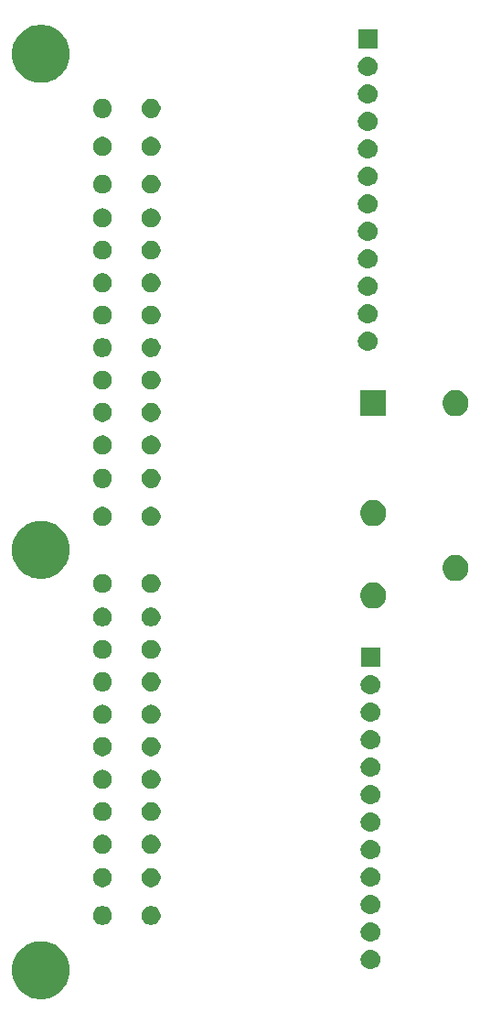
<source format=gts>
G04 #@! TF.GenerationSoftware,KiCad,Pcbnew,(5.1.4-0-10_14)*
G04 #@! TF.CreationDate,2020-03-30T10:01:39+11:00*
G04 #@! TF.ProjectId,48-pin breakout,34382d70-696e-4206-9272-65616b6f7574,rev?*
G04 #@! TF.SameCoordinates,Original*
G04 #@! TF.FileFunction,Soldermask,Top*
G04 #@! TF.FilePolarity,Negative*
%FSLAX46Y46*%
G04 Gerber Fmt 4.6, Leading zero omitted, Abs format (unit mm)*
G04 Created by KiCad (PCBNEW (5.1.4-0-10_14)) date 2020-03-30 10:01:39*
%MOMM*%
%LPD*%
G04 APERTURE LIST*
%ADD10C,0.100000*%
G04 APERTURE END LIST*
D10*
G36*
X114460416Y-149477963D02*
G01*
X114786560Y-149542837D01*
X114988282Y-149626393D01*
X115273560Y-149744559D01*
X115273561Y-149744560D01*
X115711851Y-150037415D01*
X116084585Y-150410149D01*
X116229486Y-150627009D01*
X116377441Y-150848440D01*
X116579163Y-151335441D01*
X116682000Y-151852436D01*
X116682000Y-152379564D01*
X116579163Y-152896559D01*
X116377441Y-153383560D01*
X116377440Y-153383561D01*
X116084585Y-153821851D01*
X115711851Y-154194585D01*
X115418995Y-154390264D01*
X115273560Y-154487441D01*
X114988282Y-154605607D01*
X114786560Y-154689163D01*
X114528061Y-154740582D01*
X114269564Y-154792000D01*
X113742436Y-154792000D01*
X113483939Y-154740582D01*
X113225440Y-154689163D01*
X113023718Y-154605607D01*
X112738440Y-154487441D01*
X112593005Y-154390264D01*
X112300149Y-154194585D01*
X111927415Y-153821851D01*
X111634560Y-153383561D01*
X111634559Y-153383560D01*
X111432837Y-152896559D01*
X111330000Y-152379564D01*
X111330000Y-151852436D01*
X111432837Y-151335441D01*
X111634559Y-150848440D01*
X111782514Y-150627009D01*
X111927415Y-150410149D01*
X112300149Y-150037415D01*
X112738439Y-149744560D01*
X112738440Y-149744559D01*
X113023718Y-149626393D01*
X113225440Y-149542837D01*
X113551584Y-149477963D01*
X113742436Y-149440000D01*
X114269564Y-149440000D01*
X114460416Y-149477963D01*
X114460416Y-149477963D01*
G37*
G36*
X144636442Y-150235518D02*
G01*
X144702627Y-150242037D01*
X144872466Y-150293557D01*
X145028991Y-150377222D01*
X145064729Y-150406552D01*
X145166186Y-150489814D01*
X145249448Y-150591271D01*
X145278778Y-150627009D01*
X145362443Y-150783534D01*
X145413963Y-150953373D01*
X145431359Y-151130000D01*
X145413963Y-151306627D01*
X145362443Y-151476466D01*
X145278778Y-151632991D01*
X145249448Y-151668729D01*
X145166186Y-151770186D01*
X145065963Y-151852436D01*
X145028991Y-151882778D01*
X144872466Y-151966443D01*
X144702627Y-152017963D01*
X144636442Y-152024482D01*
X144570260Y-152031000D01*
X144481740Y-152031000D01*
X144415558Y-152024482D01*
X144349373Y-152017963D01*
X144179534Y-151966443D01*
X144023009Y-151882778D01*
X143986037Y-151852436D01*
X143885814Y-151770186D01*
X143802552Y-151668729D01*
X143773222Y-151632991D01*
X143689557Y-151476466D01*
X143638037Y-151306627D01*
X143620641Y-151130000D01*
X143638037Y-150953373D01*
X143689557Y-150783534D01*
X143773222Y-150627009D01*
X143802552Y-150591271D01*
X143885814Y-150489814D01*
X143987271Y-150406552D01*
X144023009Y-150377222D01*
X144179534Y-150293557D01*
X144349373Y-150242037D01*
X144415558Y-150235518D01*
X144481740Y-150229000D01*
X144570260Y-150229000D01*
X144636442Y-150235518D01*
X144636442Y-150235518D01*
G37*
G36*
X144636443Y-147695519D02*
G01*
X144702627Y-147702037D01*
X144872466Y-147753557D01*
X145028991Y-147837222D01*
X145064729Y-147866552D01*
X145166186Y-147949814D01*
X145249448Y-148051271D01*
X145278778Y-148087009D01*
X145362443Y-148243534D01*
X145413963Y-148413373D01*
X145431359Y-148590000D01*
X145413963Y-148766627D01*
X145362443Y-148936466D01*
X145278778Y-149092991D01*
X145249448Y-149128729D01*
X145166186Y-149230186D01*
X145064729Y-149313448D01*
X145028991Y-149342778D01*
X144872466Y-149426443D01*
X144702627Y-149477963D01*
X144636442Y-149484482D01*
X144570260Y-149491000D01*
X144481740Y-149491000D01*
X144415558Y-149484482D01*
X144349373Y-149477963D01*
X144179534Y-149426443D01*
X144023009Y-149342778D01*
X143987271Y-149313448D01*
X143885814Y-149230186D01*
X143802552Y-149128729D01*
X143773222Y-149092991D01*
X143689557Y-148936466D01*
X143638037Y-148766627D01*
X143620641Y-148590000D01*
X143638037Y-148413373D01*
X143689557Y-148243534D01*
X143773222Y-148087009D01*
X143802552Y-148051271D01*
X143885814Y-147949814D01*
X143987271Y-147866552D01*
X144023009Y-147837222D01*
X144179534Y-147753557D01*
X144349373Y-147702037D01*
X144415557Y-147695519D01*
X144481740Y-147689000D01*
X144570260Y-147689000D01*
X144636443Y-147695519D01*
X144636443Y-147695519D01*
G37*
G36*
X119961520Y-146223664D02*
G01*
X120120942Y-146289699D01*
X120264418Y-146385566D01*
X120386434Y-146507582D01*
X120482301Y-146651058D01*
X120548336Y-146810480D01*
X120582000Y-146979721D01*
X120582000Y-147152279D01*
X120548336Y-147321520D01*
X120482301Y-147480942D01*
X120386434Y-147624418D01*
X120264418Y-147746434D01*
X120120942Y-147842301D01*
X119961520Y-147908336D01*
X119792280Y-147942000D01*
X119619720Y-147942000D01*
X119450480Y-147908336D01*
X119291058Y-147842301D01*
X119147582Y-147746434D01*
X119025566Y-147624418D01*
X118929699Y-147480942D01*
X118863664Y-147321520D01*
X118830000Y-147152279D01*
X118830000Y-146979721D01*
X118863664Y-146810480D01*
X118929699Y-146651058D01*
X119025566Y-146507582D01*
X119147582Y-146385566D01*
X119291058Y-146289699D01*
X119450480Y-146223664D01*
X119619720Y-146190000D01*
X119792280Y-146190000D01*
X119961520Y-146223664D01*
X119961520Y-146223664D01*
G37*
G36*
X124461520Y-146223664D02*
G01*
X124620942Y-146289699D01*
X124764418Y-146385566D01*
X124886434Y-146507582D01*
X124982301Y-146651058D01*
X125048336Y-146810480D01*
X125082000Y-146979721D01*
X125082000Y-147152279D01*
X125048336Y-147321520D01*
X124982301Y-147480942D01*
X124886434Y-147624418D01*
X124764418Y-147746434D01*
X124620942Y-147842301D01*
X124461520Y-147908336D01*
X124292280Y-147942000D01*
X124119720Y-147942000D01*
X123950480Y-147908336D01*
X123791058Y-147842301D01*
X123647582Y-147746434D01*
X123525566Y-147624418D01*
X123429699Y-147480942D01*
X123363664Y-147321520D01*
X123330000Y-147152279D01*
X123330000Y-146979721D01*
X123363664Y-146810480D01*
X123429699Y-146651058D01*
X123525566Y-146507582D01*
X123647582Y-146385566D01*
X123791058Y-146289699D01*
X123950480Y-146223664D01*
X124119720Y-146190000D01*
X124292280Y-146190000D01*
X124461520Y-146223664D01*
X124461520Y-146223664D01*
G37*
G36*
X144636443Y-145155519D02*
G01*
X144702627Y-145162037D01*
X144872466Y-145213557D01*
X145028991Y-145297222D01*
X145064729Y-145326552D01*
X145166186Y-145409814D01*
X145249448Y-145511271D01*
X145278778Y-145547009D01*
X145362443Y-145703534D01*
X145413963Y-145873373D01*
X145431359Y-146050000D01*
X145413963Y-146226627D01*
X145362443Y-146396466D01*
X145278778Y-146552991D01*
X145249448Y-146588729D01*
X145166186Y-146690186D01*
X145064729Y-146773448D01*
X145028991Y-146802778D01*
X144872466Y-146886443D01*
X144702627Y-146937963D01*
X144636442Y-146944482D01*
X144570260Y-146951000D01*
X144481740Y-146951000D01*
X144415558Y-146944482D01*
X144349373Y-146937963D01*
X144179534Y-146886443D01*
X144023009Y-146802778D01*
X143987271Y-146773448D01*
X143885814Y-146690186D01*
X143802552Y-146588729D01*
X143773222Y-146552991D01*
X143689557Y-146396466D01*
X143638037Y-146226627D01*
X143620641Y-146050000D01*
X143638037Y-145873373D01*
X143689557Y-145703534D01*
X143773222Y-145547009D01*
X143802552Y-145511271D01*
X143885814Y-145409814D01*
X143987271Y-145326552D01*
X144023009Y-145297222D01*
X144179534Y-145213557D01*
X144349373Y-145162037D01*
X144415557Y-145155519D01*
X144481740Y-145149000D01*
X144570260Y-145149000D01*
X144636443Y-145155519D01*
X144636443Y-145155519D01*
G37*
G36*
X124376899Y-142706832D02*
G01*
X124461520Y-142723664D01*
X124620942Y-142789699D01*
X124764418Y-142885566D01*
X124886434Y-143007582D01*
X124982301Y-143151058D01*
X125048336Y-143310480D01*
X125082000Y-143479721D01*
X125082000Y-143652279D01*
X125048336Y-143821520D01*
X124982301Y-143980942D01*
X124886434Y-144124418D01*
X124764418Y-144246434D01*
X124620942Y-144342301D01*
X124461520Y-144408336D01*
X124376899Y-144425168D01*
X124292280Y-144442000D01*
X124119720Y-144442000D01*
X124035101Y-144425168D01*
X123950480Y-144408336D01*
X123791058Y-144342301D01*
X123647582Y-144246434D01*
X123525566Y-144124418D01*
X123429699Y-143980942D01*
X123363664Y-143821520D01*
X123330000Y-143652279D01*
X123330000Y-143479721D01*
X123363664Y-143310480D01*
X123429699Y-143151058D01*
X123525566Y-143007582D01*
X123647582Y-142885566D01*
X123791058Y-142789699D01*
X123950480Y-142723664D01*
X124035101Y-142706832D01*
X124119720Y-142690000D01*
X124292280Y-142690000D01*
X124376899Y-142706832D01*
X124376899Y-142706832D01*
G37*
G36*
X119876899Y-142706832D02*
G01*
X119961520Y-142723664D01*
X120120942Y-142789699D01*
X120264418Y-142885566D01*
X120386434Y-143007582D01*
X120482301Y-143151058D01*
X120548336Y-143310480D01*
X120582000Y-143479721D01*
X120582000Y-143652279D01*
X120548336Y-143821520D01*
X120482301Y-143980942D01*
X120386434Y-144124418D01*
X120264418Y-144246434D01*
X120120942Y-144342301D01*
X119961520Y-144408336D01*
X119876899Y-144425168D01*
X119792280Y-144442000D01*
X119619720Y-144442000D01*
X119535101Y-144425168D01*
X119450480Y-144408336D01*
X119291058Y-144342301D01*
X119147582Y-144246434D01*
X119025566Y-144124418D01*
X118929699Y-143980942D01*
X118863664Y-143821520D01*
X118830000Y-143652279D01*
X118830000Y-143479721D01*
X118863664Y-143310480D01*
X118929699Y-143151058D01*
X119025566Y-143007582D01*
X119147582Y-142885566D01*
X119291058Y-142789699D01*
X119450480Y-142723664D01*
X119535101Y-142706832D01*
X119619720Y-142690000D01*
X119792280Y-142690000D01*
X119876899Y-142706832D01*
X119876899Y-142706832D01*
G37*
G36*
X144636442Y-142615518D02*
G01*
X144702627Y-142622037D01*
X144872466Y-142673557D01*
X144872468Y-142673558D01*
X144950729Y-142715390D01*
X145028991Y-142757222D01*
X145064729Y-142786552D01*
X145166186Y-142869814D01*
X145249448Y-142971271D01*
X145278778Y-143007009D01*
X145278779Y-143007011D01*
X145355776Y-143151060D01*
X145362443Y-143163534D01*
X145413963Y-143333373D01*
X145431359Y-143510000D01*
X145413963Y-143686627D01*
X145362443Y-143856466D01*
X145278778Y-144012991D01*
X145249448Y-144048729D01*
X145166186Y-144150186D01*
X145064729Y-144233448D01*
X145028991Y-144262778D01*
X144872466Y-144346443D01*
X144702627Y-144397963D01*
X144636443Y-144404481D01*
X144570260Y-144411000D01*
X144481740Y-144411000D01*
X144415557Y-144404481D01*
X144349373Y-144397963D01*
X144179534Y-144346443D01*
X144023009Y-144262778D01*
X143987271Y-144233448D01*
X143885814Y-144150186D01*
X143802552Y-144048729D01*
X143773222Y-144012991D01*
X143689557Y-143856466D01*
X143638037Y-143686627D01*
X143620641Y-143510000D01*
X143638037Y-143333373D01*
X143689557Y-143163534D01*
X143696225Y-143151060D01*
X143773221Y-143007011D01*
X143773222Y-143007009D01*
X143802552Y-142971271D01*
X143885814Y-142869814D01*
X143987271Y-142786552D01*
X144023009Y-142757222D01*
X144101272Y-142715389D01*
X144179532Y-142673558D01*
X144179534Y-142673557D01*
X144349373Y-142622037D01*
X144415558Y-142615518D01*
X144481740Y-142609000D01*
X144570260Y-142609000D01*
X144636442Y-142615518D01*
X144636442Y-142615518D01*
G37*
G36*
X144636443Y-140075519D02*
G01*
X144702627Y-140082037D01*
X144872466Y-140133557D01*
X145028991Y-140217222D01*
X145064729Y-140246552D01*
X145166186Y-140329814D01*
X145249448Y-140431271D01*
X145278778Y-140467009D01*
X145362443Y-140623534D01*
X145413963Y-140793373D01*
X145431359Y-140970000D01*
X145413963Y-141146627D01*
X145362443Y-141316466D01*
X145278778Y-141472991D01*
X145249448Y-141508729D01*
X145166186Y-141610186D01*
X145064729Y-141693448D01*
X145028991Y-141722778D01*
X144872466Y-141806443D01*
X144702627Y-141857963D01*
X144636443Y-141864481D01*
X144570260Y-141871000D01*
X144481740Y-141871000D01*
X144415557Y-141864481D01*
X144349373Y-141857963D01*
X144179534Y-141806443D01*
X144023009Y-141722778D01*
X143987271Y-141693448D01*
X143885814Y-141610186D01*
X143802552Y-141508729D01*
X143773222Y-141472991D01*
X143689557Y-141316466D01*
X143638037Y-141146627D01*
X143620641Y-140970000D01*
X143638037Y-140793373D01*
X143689557Y-140623534D01*
X143773222Y-140467009D01*
X143802552Y-140431271D01*
X143885814Y-140329814D01*
X143987271Y-140246552D01*
X144023009Y-140217222D01*
X144179534Y-140133557D01*
X144349373Y-140082037D01*
X144415557Y-140075519D01*
X144481740Y-140069000D01*
X144570260Y-140069000D01*
X144636443Y-140075519D01*
X144636443Y-140075519D01*
G37*
G36*
X119876899Y-139606832D02*
G01*
X119961520Y-139623664D01*
X120120942Y-139689699D01*
X120264418Y-139785566D01*
X120386434Y-139907582D01*
X120482301Y-140051058D01*
X120548336Y-140210480D01*
X120582000Y-140379721D01*
X120582000Y-140552279D01*
X120548336Y-140721520D01*
X120482301Y-140880942D01*
X120386434Y-141024418D01*
X120264418Y-141146434D01*
X120120942Y-141242301D01*
X119961520Y-141308336D01*
X119876899Y-141325168D01*
X119792280Y-141342000D01*
X119619720Y-141342000D01*
X119535101Y-141325168D01*
X119450480Y-141308336D01*
X119291058Y-141242301D01*
X119147582Y-141146434D01*
X119025566Y-141024418D01*
X118929699Y-140880942D01*
X118863664Y-140721520D01*
X118830000Y-140552279D01*
X118830000Y-140379721D01*
X118863664Y-140210480D01*
X118929699Y-140051058D01*
X119025566Y-139907582D01*
X119147582Y-139785566D01*
X119291058Y-139689699D01*
X119450480Y-139623664D01*
X119535101Y-139606832D01*
X119619720Y-139590000D01*
X119792280Y-139590000D01*
X119876899Y-139606832D01*
X119876899Y-139606832D01*
G37*
G36*
X124376899Y-139606832D02*
G01*
X124461520Y-139623664D01*
X124620942Y-139689699D01*
X124764418Y-139785566D01*
X124886434Y-139907582D01*
X124982301Y-140051058D01*
X125048336Y-140210480D01*
X125082000Y-140379721D01*
X125082000Y-140552279D01*
X125048336Y-140721520D01*
X124982301Y-140880942D01*
X124886434Y-141024418D01*
X124764418Y-141146434D01*
X124620942Y-141242301D01*
X124461520Y-141308336D01*
X124376899Y-141325168D01*
X124292280Y-141342000D01*
X124119720Y-141342000D01*
X124035101Y-141325168D01*
X123950480Y-141308336D01*
X123791058Y-141242301D01*
X123647582Y-141146434D01*
X123525566Y-141024418D01*
X123429699Y-140880942D01*
X123363664Y-140721520D01*
X123330000Y-140552279D01*
X123330000Y-140379721D01*
X123363664Y-140210480D01*
X123429699Y-140051058D01*
X123525566Y-139907582D01*
X123647582Y-139785566D01*
X123791058Y-139689699D01*
X123950480Y-139623664D01*
X124035101Y-139606832D01*
X124119720Y-139590000D01*
X124292280Y-139590000D01*
X124376899Y-139606832D01*
X124376899Y-139606832D01*
G37*
G36*
X144636443Y-137535519D02*
G01*
X144702627Y-137542037D01*
X144872466Y-137593557D01*
X145028991Y-137677222D01*
X145064729Y-137706552D01*
X145166186Y-137789814D01*
X145240970Y-137880940D01*
X145278778Y-137927009D01*
X145362443Y-138083534D01*
X145413963Y-138253373D01*
X145431359Y-138430000D01*
X145413963Y-138606627D01*
X145362443Y-138776466D01*
X145278778Y-138932991D01*
X145249448Y-138968729D01*
X145166186Y-139070186D01*
X145064729Y-139153448D01*
X145028991Y-139182778D01*
X144872466Y-139266443D01*
X144702627Y-139317963D01*
X144636443Y-139324481D01*
X144570260Y-139331000D01*
X144481740Y-139331000D01*
X144415557Y-139324481D01*
X144349373Y-139317963D01*
X144179534Y-139266443D01*
X144023009Y-139182778D01*
X143987271Y-139153448D01*
X143885814Y-139070186D01*
X143802552Y-138968729D01*
X143773222Y-138932991D01*
X143689557Y-138776466D01*
X143638037Y-138606627D01*
X143620641Y-138430000D01*
X143638037Y-138253373D01*
X143689557Y-138083534D01*
X143773222Y-137927009D01*
X143811030Y-137880940D01*
X143885814Y-137789814D01*
X143987271Y-137706552D01*
X144023009Y-137677222D01*
X144179534Y-137593557D01*
X144349373Y-137542037D01*
X144415557Y-137535519D01*
X144481740Y-137529000D01*
X144570260Y-137529000D01*
X144636443Y-137535519D01*
X144636443Y-137535519D01*
G37*
G36*
X124376899Y-136606832D02*
G01*
X124461520Y-136623664D01*
X124620942Y-136689699D01*
X124764418Y-136785566D01*
X124886434Y-136907582D01*
X124982301Y-137051058D01*
X125048336Y-137210480D01*
X125082000Y-137379721D01*
X125082000Y-137552279D01*
X125048336Y-137721520D01*
X124982301Y-137880942D01*
X124886434Y-138024418D01*
X124764418Y-138146434D01*
X124620942Y-138242301D01*
X124461520Y-138308336D01*
X124376899Y-138325168D01*
X124292280Y-138342000D01*
X124119720Y-138342000D01*
X124035101Y-138325168D01*
X123950480Y-138308336D01*
X123791058Y-138242301D01*
X123647582Y-138146434D01*
X123525566Y-138024418D01*
X123429699Y-137880942D01*
X123363664Y-137721520D01*
X123330000Y-137552279D01*
X123330000Y-137379721D01*
X123363664Y-137210480D01*
X123429699Y-137051058D01*
X123525566Y-136907582D01*
X123647582Y-136785566D01*
X123791058Y-136689699D01*
X123950480Y-136623664D01*
X124035101Y-136606832D01*
X124119720Y-136590000D01*
X124292280Y-136590000D01*
X124376899Y-136606832D01*
X124376899Y-136606832D01*
G37*
G36*
X119876899Y-136606832D02*
G01*
X119961520Y-136623664D01*
X120120942Y-136689699D01*
X120264418Y-136785566D01*
X120386434Y-136907582D01*
X120482301Y-137051058D01*
X120548336Y-137210480D01*
X120582000Y-137379721D01*
X120582000Y-137552279D01*
X120548336Y-137721520D01*
X120482301Y-137880942D01*
X120386434Y-138024418D01*
X120264418Y-138146434D01*
X120120942Y-138242301D01*
X119961520Y-138308336D01*
X119876899Y-138325168D01*
X119792280Y-138342000D01*
X119619720Y-138342000D01*
X119535101Y-138325168D01*
X119450480Y-138308336D01*
X119291058Y-138242301D01*
X119147582Y-138146434D01*
X119025566Y-138024418D01*
X118929699Y-137880942D01*
X118863664Y-137721520D01*
X118830000Y-137552279D01*
X118830000Y-137379721D01*
X118863664Y-137210480D01*
X118929699Y-137051058D01*
X119025566Y-136907582D01*
X119147582Y-136785566D01*
X119291058Y-136689699D01*
X119450480Y-136623664D01*
X119535101Y-136606832D01*
X119619720Y-136590000D01*
X119792280Y-136590000D01*
X119876899Y-136606832D01*
X119876899Y-136606832D01*
G37*
G36*
X144636442Y-134995518D02*
G01*
X144702627Y-135002037D01*
X144872466Y-135053557D01*
X145028991Y-135137222D01*
X145064729Y-135166552D01*
X145166186Y-135249814D01*
X145241840Y-135342000D01*
X145278778Y-135387009D01*
X145362443Y-135543534D01*
X145413963Y-135713373D01*
X145431359Y-135890000D01*
X145413963Y-136066627D01*
X145362443Y-136236466D01*
X145278778Y-136392991D01*
X145249448Y-136428729D01*
X145166186Y-136530186D01*
X145093301Y-136590000D01*
X145028991Y-136642778D01*
X144872466Y-136726443D01*
X144702627Y-136777963D01*
X144636442Y-136784482D01*
X144570260Y-136791000D01*
X144481740Y-136791000D01*
X144415558Y-136784482D01*
X144349373Y-136777963D01*
X144179534Y-136726443D01*
X144023009Y-136642778D01*
X143958699Y-136590000D01*
X143885814Y-136530186D01*
X143802552Y-136428729D01*
X143773222Y-136392991D01*
X143689557Y-136236466D01*
X143638037Y-136066627D01*
X143620641Y-135890000D01*
X143638037Y-135713373D01*
X143689557Y-135543534D01*
X143773222Y-135387009D01*
X143810160Y-135342000D01*
X143885814Y-135249814D01*
X143987271Y-135166552D01*
X144023009Y-135137222D01*
X144179534Y-135053557D01*
X144349373Y-135002037D01*
X144415558Y-134995518D01*
X144481740Y-134989000D01*
X144570260Y-134989000D01*
X144636442Y-134995518D01*
X144636442Y-134995518D01*
G37*
G36*
X119876899Y-133606832D02*
G01*
X119961520Y-133623664D01*
X120120942Y-133689699D01*
X120264418Y-133785566D01*
X120386434Y-133907582D01*
X120482301Y-134051058D01*
X120548336Y-134210480D01*
X120582000Y-134379721D01*
X120582000Y-134552279D01*
X120548336Y-134721520D01*
X120482301Y-134880942D01*
X120386434Y-135024418D01*
X120264418Y-135146434D01*
X120120942Y-135242301D01*
X119961520Y-135308336D01*
X119876899Y-135325168D01*
X119792280Y-135342000D01*
X119619720Y-135342000D01*
X119535101Y-135325168D01*
X119450480Y-135308336D01*
X119291058Y-135242301D01*
X119147582Y-135146434D01*
X119025566Y-135024418D01*
X118929699Y-134880942D01*
X118863664Y-134721520D01*
X118830000Y-134552279D01*
X118830000Y-134379721D01*
X118863664Y-134210480D01*
X118929699Y-134051058D01*
X119025566Y-133907582D01*
X119147582Y-133785566D01*
X119291058Y-133689699D01*
X119450480Y-133623664D01*
X119535101Y-133606832D01*
X119619720Y-133590000D01*
X119792280Y-133590000D01*
X119876899Y-133606832D01*
X119876899Y-133606832D01*
G37*
G36*
X124376899Y-133606832D02*
G01*
X124461520Y-133623664D01*
X124620942Y-133689699D01*
X124764418Y-133785566D01*
X124886434Y-133907582D01*
X124982301Y-134051058D01*
X125048336Y-134210480D01*
X125082000Y-134379721D01*
X125082000Y-134552279D01*
X125048336Y-134721520D01*
X124982301Y-134880942D01*
X124886434Y-135024418D01*
X124764418Y-135146434D01*
X124620942Y-135242301D01*
X124461520Y-135308336D01*
X124376899Y-135325168D01*
X124292280Y-135342000D01*
X124119720Y-135342000D01*
X124035101Y-135325168D01*
X123950480Y-135308336D01*
X123791058Y-135242301D01*
X123647582Y-135146434D01*
X123525566Y-135024418D01*
X123429699Y-134880942D01*
X123363664Y-134721520D01*
X123330000Y-134552279D01*
X123330000Y-134379721D01*
X123363664Y-134210480D01*
X123429699Y-134051058D01*
X123525566Y-133907582D01*
X123647582Y-133785566D01*
X123791058Y-133689699D01*
X123950480Y-133623664D01*
X124035101Y-133606832D01*
X124119720Y-133590000D01*
X124292280Y-133590000D01*
X124376899Y-133606832D01*
X124376899Y-133606832D01*
G37*
G36*
X144636442Y-132455518D02*
G01*
X144702627Y-132462037D01*
X144872466Y-132513557D01*
X145028991Y-132597222D01*
X145064729Y-132626552D01*
X145166186Y-132709814D01*
X145249448Y-132811271D01*
X145278778Y-132847009D01*
X145362443Y-133003534D01*
X145413963Y-133173373D01*
X145431359Y-133350000D01*
X145413963Y-133526627D01*
X145362443Y-133696466D01*
X145278778Y-133852991D01*
X145249448Y-133888729D01*
X145166186Y-133990186D01*
X145064729Y-134073448D01*
X145028991Y-134102778D01*
X144872466Y-134186443D01*
X144702627Y-134237963D01*
X144636443Y-134244481D01*
X144570260Y-134251000D01*
X144481740Y-134251000D01*
X144415557Y-134244481D01*
X144349373Y-134237963D01*
X144179534Y-134186443D01*
X144023009Y-134102778D01*
X143987271Y-134073448D01*
X143885814Y-133990186D01*
X143802552Y-133888729D01*
X143773222Y-133852991D01*
X143689557Y-133696466D01*
X143638037Y-133526627D01*
X143620641Y-133350000D01*
X143638037Y-133173373D01*
X143689557Y-133003534D01*
X143773222Y-132847009D01*
X143802552Y-132811271D01*
X143885814Y-132709814D01*
X143987271Y-132626552D01*
X144023009Y-132597222D01*
X144179534Y-132513557D01*
X144349373Y-132462037D01*
X144415558Y-132455518D01*
X144481740Y-132449000D01*
X144570260Y-132449000D01*
X144636442Y-132455518D01*
X144636442Y-132455518D01*
G37*
G36*
X119876899Y-130606832D02*
G01*
X119961520Y-130623664D01*
X120120942Y-130689699D01*
X120264418Y-130785566D01*
X120386434Y-130907582D01*
X120482301Y-131051058D01*
X120525963Y-131156468D01*
X120548336Y-131210481D01*
X120582000Y-131379720D01*
X120582000Y-131552280D01*
X120548336Y-131721520D01*
X120482301Y-131880942D01*
X120386434Y-132024418D01*
X120264418Y-132146434D01*
X120120942Y-132242301D01*
X119961520Y-132308336D01*
X119876899Y-132325168D01*
X119792280Y-132342000D01*
X119619720Y-132342000D01*
X119535101Y-132325168D01*
X119450480Y-132308336D01*
X119291058Y-132242301D01*
X119147582Y-132146434D01*
X119025566Y-132024418D01*
X118929699Y-131880942D01*
X118863664Y-131721520D01*
X118830000Y-131552280D01*
X118830000Y-131379720D01*
X118863664Y-131210481D01*
X118886037Y-131156468D01*
X118929699Y-131051058D01*
X119025566Y-130907582D01*
X119147582Y-130785566D01*
X119291058Y-130689699D01*
X119450480Y-130623664D01*
X119535101Y-130606832D01*
X119619720Y-130590000D01*
X119792280Y-130590000D01*
X119876899Y-130606832D01*
X119876899Y-130606832D01*
G37*
G36*
X124376899Y-130606832D02*
G01*
X124461520Y-130623664D01*
X124620942Y-130689699D01*
X124764418Y-130785566D01*
X124886434Y-130907582D01*
X124982301Y-131051058D01*
X125025963Y-131156468D01*
X125048336Y-131210481D01*
X125082000Y-131379720D01*
X125082000Y-131552280D01*
X125048336Y-131721520D01*
X124982301Y-131880942D01*
X124886434Y-132024418D01*
X124764418Y-132146434D01*
X124620942Y-132242301D01*
X124461520Y-132308336D01*
X124376899Y-132325168D01*
X124292280Y-132342000D01*
X124119720Y-132342000D01*
X124035101Y-132325168D01*
X123950480Y-132308336D01*
X123791058Y-132242301D01*
X123647582Y-132146434D01*
X123525566Y-132024418D01*
X123429699Y-131880942D01*
X123363664Y-131721520D01*
X123330000Y-131552280D01*
X123330000Y-131379720D01*
X123363664Y-131210481D01*
X123386037Y-131156468D01*
X123429699Y-131051058D01*
X123525566Y-130907582D01*
X123647582Y-130785566D01*
X123791058Y-130689699D01*
X123950480Y-130623664D01*
X124035101Y-130606832D01*
X124119720Y-130590000D01*
X124292280Y-130590000D01*
X124376899Y-130606832D01*
X124376899Y-130606832D01*
G37*
G36*
X144636442Y-129915518D02*
G01*
X144702627Y-129922037D01*
X144872466Y-129973557D01*
X145028991Y-130057222D01*
X145064729Y-130086552D01*
X145166186Y-130169814D01*
X145249448Y-130271271D01*
X145278778Y-130307009D01*
X145362443Y-130463534D01*
X145413963Y-130633373D01*
X145431359Y-130810000D01*
X145413963Y-130986627D01*
X145362443Y-131156466D01*
X145278778Y-131312991D01*
X145249448Y-131348729D01*
X145166186Y-131450186D01*
X145064729Y-131533448D01*
X145028991Y-131562778D01*
X144872466Y-131646443D01*
X144702627Y-131697963D01*
X144636443Y-131704481D01*
X144570260Y-131711000D01*
X144481740Y-131711000D01*
X144415557Y-131704481D01*
X144349373Y-131697963D01*
X144179534Y-131646443D01*
X144023009Y-131562778D01*
X143987271Y-131533448D01*
X143885814Y-131450186D01*
X143802552Y-131348729D01*
X143773222Y-131312991D01*
X143689557Y-131156466D01*
X143638037Y-130986627D01*
X143620641Y-130810000D01*
X143638037Y-130633373D01*
X143689557Y-130463534D01*
X143773222Y-130307009D01*
X143802552Y-130271271D01*
X143885814Y-130169814D01*
X143987271Y-130086552D01*
X144023009Y-130057222D01*
X144179534Y-129973557D01*
X144349373Y-129922037D01*
X144415558Y-129915518D01*
X144481740Y-129909000D01*
X144570260Y-129909000D01*
X144636442Y-129915518D01*
X144636442Y-129915518D01*
G37*
G36*
X119876899Y-127606832D02*
G01*
X119961520Y-127623664D01*
X120120942Y-127689699D01*
X120264418Y-127785566D01*
X120386434Y-127907582D01*
X120482301Y-128051058D01*
X120499829Y-128093375D01*
X120548336Y-128210481D01*
X120582000Y-128379720D01*
X120582000Y-128552280D01*
X120569232Y-128616468D01*
X120548336Y-128721520D01*
X120482301Y-128880942D01*
X120386434Y-129024418D01*
X120264418Y-129146434D01*
X120120942Y-129242301D01*
X119961520Y-129308336D01*
X119876899Y-129325168D01*
X119792280Y-129342000D01*
X119619720Y-129342000D01*
X119535101Y-129325168D01*
X119450480Y-129308336D01*
X119291058Y-129242301D01*
X119147582Y-129146434D01*
X119025566Y-129024418D01*
X118929699Y-128880942D01*
X118863664Y-128721520D01*
X118842768Y-128616468D01*
X118830000Y-128552280D01*
X118830000Y-128379720D01*
X118863664Y-128210481D01*
X118912171Y-128093375D01*
X118929699Y-128051058D01*
X119025566Y-127907582D01*
X119147582Y-127785566D01*
X119291058Y-127689699D01*
X119450480Y-127623664D01*
X119535101Y-127606832D01*
X119619720Y-127590000D01*
X119792280Y-127590000D01*
X119876899Y-127606832D01*
X119876899Y-127606832D01*
G37*
G36*
X124376899Y-127606832D02*
G01*
X124461520Y-127623664D01*
X124620942Y-127689699D01*
X124764418Y-127785566D01*
X124886434Y-127907582D01*
X124982301Y-128051058D01*
X124999829Y-128093375D01*
X125048336Y-128210481D01*
X125082000Y-128379720D01*
X125082000Y-128552280D01*
X125069232Y-128616468D01*
X125048336Y-128721520D01*
X124982301Y-128880942D01*
X124886434Y-129024418D01*
X124764418Y-129146434D01*
X124620942Y-129242301D01*
X124461520Y-129308336D01*
X124376899Y-129325168D01*
X124292280Y-129342000D01*
X124119720Y-129342000D01*
X124035101Y-129325168D01*
X123950480Y-129308336D01*
X123791058Y-129242301D01*
X123647582Y-129146434D01*
X123525566Y-129024418D01*
X123429699Y-128880942D01*
X123363664Y-128721520D01*
X123342768Y-128616468D01*
X123330000Y-128552280D01*
X123330000Y-128379720D01*
X123363664Y-128210481D01*
X123412171Y-128093375D01*
X123429699Y-128051058D01*
X123525566Y-127907582D01*
X123647582Y-127785566D01*
X123791058Y-127689699D01*
X123950480Y-127623664D01*
X124035101Y-127606832D01*
X124119720Y-127590000D01*
X124292280Y-127590000D01*
X124376899Y-127606832D01*
X124376899Y-127606832D01*
G37*
G36*
X144636442Y-127375518D02*
G01*
X144702627Y-127382037D01*
X144872466Y-127433557D01*
X145028991Y-127517222D01*
X145064729Y-127546552D01*
X145166186Y-127629814D01*
X145249448Y-127731271D01*
X145278778Y-127767009D01*
X145362443Y-127923534D01*
X145413963Y-128093373D01*
X145431359Y-128270000D01*
X145413963Y-128446627D01*
X145362443Y-128616466D01*
X145278778Y-128772991D01*
X145249448Y-128808729D01*
X145166186Y-128910186D01*
X145064729Y-128993448D01*
X145028991Y-129022778D01*
X144872466Y-129106443D01*
X144702627Y-129157963D01*
X144636442Y-129164482D01*
X144570260Y-129171000D01*
X144481740Y-129171000D01*
X144415558Y-129164482D01*
X144349373Y-129157963D01*
X144179534Y-129106443D01*
X144023009Y-129022778D01*
X143987271Y-128993448D01*
X143885814Y-128910186D01*
X143802552Y-128808729D01*
X143773222Y-128772991D01*
X143689557Y-128616466D01*
X143638037Y-128446627D01*
X143620641Y-128270000D01*
X143638037Y-128093373D01*
X143689557Y-127923534D01*
X143773222Y-127767009D01*
X143802552Y-127731271D01*
X143885814Y-127629814D01*
X143987271Y-127546552D01*
X144023009Y-127517222D01*
X144179534Y-127433557D01*
X144349373Y-127382037D01*
X144415558Y-127375518D01*
X144481740Y-127369000D01*
X144570260Y-127369000D01*
X144636442Y-127375518D01*
X144636442Y-127375518D01*
G37*
G36*
X144636443Y-124835519D02*
G01*
X144702627Y-124842037D01*
X144872466Y-124893557D01*
X145028991Y-124977222D01*
X145064729Y-125006552D01*
X145166186Y-125089814D01*
X145249448Y-125191271D01*
X145278778Y-125227009D01*
X145362443Y-125383534D01*
X145413963Y-125553373D01*
X145431359Y-125730000D01*
X145413963Y-125906627D01*
X145362443Y-126076466D01*
X145278778Y-126232991D01*
X145271137Y-126242301D01*
X145166186Y-126370186D01*
X145064729Y-126453448D01*
X145028991Y-126482778D01*
X144872466Y-126566443D01*
X144702627Y-126617963D01*
X144636442Y-126624482D01*
X144570260Y-126631000D01*
X144481740Y-126631000D01*
X144415558Y-126624482D01*
X144349373Y-126617963D01*
X144179534Y-126566443D01*
X144023009Y-126482778D01*
X143987271Y-126453448D01*
X143885814Y-126370186D01*
X143780863Y-126242301D01*
X143773222Y-126232991D01*
X143689557Y-126076466D01*
X143638037Y-125906627D01*
X143620641Y-125730000D01*
X143638037Y-125553373D01*
X143689557Y-125383534D01*
X143773222Y-125227009D01*
X143802552Y-125191271D01*
X143885814Y-125089814D01*
X143987271Y-125006552D01*
X144023009Y-124977222D01*
X144179534Y-124893557D01*
X144349373Y-124842037D01*
X144415557Y-124835519D01*
X144481740Y-124829000D01*
X144570260Y-124829000D01*
X144636443Y-124835519D01*
X144636443Y-124835519D01*
G37*
G36*
X119876899Y-124606832D02*
G01*
X119961520Y-124623664D01*
X120120942Y-124689699D01*
X120264418Y-124785566D01*
X120386434Y-124907582D01*
X120482301Y-125051058D01*
X120548336Y-125210480D01*
X120548336Y-125210481D01*
X120582000Y-125379720D01*
X120582000Y-125552280D01*
X120581782Y-125553375D01*
X120548336Y-125721520D01*
X120482301Y-125880942D01*
X120386434Y-126024418D01*
X120264418Y-126146434D01*
X120120942Y-126242301D01*
X119961520Y-126308336D01*
X119876899Y-126325168D01*
X119792280Y-126342000D01*
X119619720Y-126342000D01*
X119535101Y-126325168D01*
X119450480Y-126308336D01*
X119291058Y-126242301D01*
X119147582Y-126146434D01*
X119025566Y-126024418D01*
X118929699Y-125880942D01*
X118863664Y-125721520D01*
X118830218Y-125553375D01*
X118830000Y-125552280D01*
X118830000Y-125379720D01*
X118863664Y-125210481D01*
X118863664Y-125210480D01*
X118929699Y-125051058D01*
X119025566Y-124907582D01*
X119147582Y-124785566D01*
X119291058Y-124689699D01*
X119450480Y-124623664D01*
X119535101Y-124606832D01*
X119619720Y-124590000D01*
X119792280Y-124590000D01*
X119876899Y-124606832D01*
X119876899Y-124606832D01*
G37*
G36*
X124376899Y-124606832D02*
G01*
X124461520Y-124623664D01*
X124620942Y-124689699D01*
X124764418Y-124785566D01*
X124886434Y-124907582D01*
X124982301Y-125051058D01*
X125048336Y-125210480D01*
X125048336Y-125210481D01*
X125082000Y-125379720D01*
X125082000Y-125552280D01*
X125081782Y-125553375D01*
X125048336Y-125721520D01*
X124982301Y-125880942D01*
X124886434Y-126024418D01*
X124764418Y-126146434D01*
X124620942Y-126242301D01*
X124461520Y-126308336D01*
X124376899Y-126325168D01*
X124292280Y-126342000D01*
X124119720Y-126342000D01*
X124035101Y-126325168D01*
X123950480Y-126308336D01*
X123791058Y-126242301D01*
X123647582Y-126146434D01*
X123525566Y-126024418D01*
X123429699Y-125880942D01*
X123363664Y-125721520D01*
X123330218Y-125553375D01*
X123330000Y-125552280D01*
X123330000Y-125379720D01*
X123363664Y-125210481D01*
X123363664Y-125210480D01*
X123429699Y-125051058D01*
X123525566Y-124907582D01*
X123647582Y-124785566D01*
X123791058Y-124689699D01*
X123950480Y-124623664D01*
X124035101Y-124606832D01*
X124119720Y-124590000D01*
X124292280Y-124590000D01*
X124376899Y-124606832D01*
X124376899Y-124606832D01*
G37*
G36*
X145427000Y-124091000D02*
G01*
X143625000Y-124091000D01*
X143625000Y-122289000D01*
X145427000Y-122289000D01*
X145427000Y-124091000D01*
X145427000Y-124091000D01*
G37*
G36*
X119961520Y-121623664D02*
G01*
X120120942Y-121689699D01*
X120264418Y-121785566D01*
X120386434Y-121907582D01*
X120482301Y-122051058D01*
X120548336Y-122210480D01*
X120582000Y-122379721D01*
X120582000Y-122552279D01*
X120548336Y-122721520D01*
X120482301Y-122880942D01*
X120386434Y-123024418D01*
X120264418Y-123146434D01*
X120120942Y-123242301D01*
X119961520Y-123308336D01*
X119876899Y-123325168D01*
X119792280Y-123342000D01*
X119619720Y-123342000D01*
X119535101Y-123325168D01*
X119450480Y-123308336D01*
X119291058Y-123242301D01*
X119147582Y-123146434D01*
X119025566Y-123024418D01*
X118929699Y-122880942D01*
X118863664Y-122721520D01*
X118830000Y-122552279D01*
X118830000Y-122379721D01*
X118863664Y-122210480D01*
X118929699Y-122051058D01*
X119025566Y-121907582D01*
X119147582Y-121785566D01*
X119291058Y-121689699D01*
X119450480Y-121623664D01*
X119619720Y-121590000D01*
X119792280Y-121590000D01*
X119961520Y-121623664D01*
X119961520Y-121623664D01*
G37*
G36*
X124461520Y-121623664D02*
G01*
X124620942Y-121689699D01*
X124764418Y-121785566D01*
X124886434Y-121907582D01*
X124982301Y-122051058D01*
X125048336Y-122210480D01*
X125082000Y-122379721D01*
X125082000Y-122552279D01*
X125048336Y-122721520D01*
X124982301Y-122880942D01*
X124886434Y-123024418D01*
X124764418Y-123146434D01*
X124620942Y-123242301D01*
X124461520Y-123308336D01*
X124376899Y-123325168D01*
X124292280Y-123342000D01*
X124119720Y-123342000D01*
X124035101Y-123325168D01*
X123950480Y-123308336D01*
X123791058Y-123242301D01*
X123647582Y-123146434D01*
X123525566Y-123024418D01*
X123429699Y-122880942D01*
X123363664Y-122721520D01*
X123330000Y-122552279D01*
X123330000Y-122379721D01*
X123363664Y-122210480D01*
X123429699Y-122051058D01*
X123525566Y-121907582D01*
X123647582Y-121785566D01*
X123791058Y-121689699D01*
X123950480Y-121623664D01*
X124119720Y-121590000D01*
X124292280Y-121590000D01*
X124461520Y-121623664D01*
X124461520Y-121623664D01*
G37*
G36*
X119876899Y-118606832D02*
G01*
X119961520Y-118623664D01*
X120120942Y-118689699D01*
X120264418Y-118785566D01*
X120386434Y-118907582D01*
X120482301Y-119051058D01*
X120548336Y-119210480D01*
X120582000Y-119379721D01*
X120582000Y-119552279D01*
X120548336Y-119721520D01*
X120482301Y-119880942D01*
X120386434Y-120024418D01*
X120264418Y-120146434D01*
X120120942Y-120242301D01*
X119961520Y-120308336D01*
X119792280Y-120342000D01*
X119619720Y-120342000D01*
X119450480Y-120308336D01*
X119291058Y-120242301D01*
X119147582Y-120146434D01*
X119025566Y-120024418D01*
X118929699Y-119880942D01*
X118863664Y-119721520D01*
X118830000Y-119552279D01*
X118830000Y-119379721D01*
X118863664Y-119210480D01*
X118929699Y-119051058D01*
X119025566Y-118907582D01*
X119147582Y-118785566D01*
X119291058Y-118689699D01*
X119450480Y-118623664D01*
X119535101Y-118606832D01*
X119619720Y-118590000D01*
X119792280Y-118590000D01*
X119876899Y-118606832D01*
X119876899Y-118606832D01*
G37*
G36*
X124376899Y-118606832D02*
G01*
X124461520Y-118623664D01*
X124620942Y-118689699D01*
X124764418Y-118785566D01*
X124886434Y-118907582D01*
X124982301Y-119051058D01*
X125048336Y-119210480D01*
X125082000Y-119379721D01*
X125082000Y-119552279D01*
X125048336Y-119721520D01*
X124982301Y-119880942D01*
X124886434Y-120024418D01*
X124764418Y-120146434D01*
X124620942Y-120242301D01*
X124461520Y-120308336D01*
X124292280Y-120342000D01*
X124119720Y-120342000D01*
X123950480Y-120308336D01*
X123791058Y-120242301D01*
X123647582Y-120146434D01*
X123525566Y-120024418D01*
X123429699Y-119880942D01*
X123363664Y-119721520D01*
X123330000Y-119552279D01*
X123330000Y-119379721D01*
X123363664Y-119210480D01*
X123429699Y-119051058D01*
X123525566Y-118907582D01*
X123647582Y-118785566D01*
X123791058Y-118689699D01*
X123950480Y-118623664D01*
X124035101Y-118606832D01*
X124119720Y-118590000D01*
X124292280Y-118590000D01*
X124376899Y-118606832D01*
X124376899Y-118606832D01*
G37*
G36*
X145130318Y-116320153D02*
G01*
X145348885Y-116410687D01*
X145348887Y-116410688D01*
X145545593Y-116542122D01*
X145712878Y-116709407D01*
X145844312Y-116906113D01*
X145844313Y-116906115D01*
X145934847Y-117124682D01*
X145981000Y-117356710D01*
X145981000Y-117593290D01*
X145934847Y-117825318D01*
X145844313Y-118043885D01*
X145844312Y-118043887D01*
X145712878Y-118240593D01*
X145545593Y-118407878D01*
X145348887Y-118539312D01*
X145348886Y-118539313D01*
X145348885Y-118539313D01*
X145130318Y-118629847D01*
X144898290Y-118676000D01*
X144661710Y-118676000D01*
X144429682Y-118629847D01*
X144211115Y-118539313D01*
X144211114Y-118539313D01*
X144211113Y-118539312D01*
X144014407Y-118407878D01*
X143847122Y-118240593D01*
X143715688Y-118043887D01*
X143715687Y-118043885D01*
X143625153Y-117825318D01*
X143579000Y-117593290D01*
X143579000Y-117356710D01*
X143625153Y-117124682D01*
X143715687Y-116906115D01*
X143715688Y-116906113D01*
X143847122Y-116709407D01*
X144014407Y-116542122D01*
X144211113Y-116410688D01*
X144211115Y-116410687D01*
X144429682Y-116320153D01*
X144661710Y-116274000D01*
X144898290Y-116274000D01*
X145130318Y-116320153D01*
X145130318Y-116320153D01*
G37*
G36*
X119862084Y-115503885D02*
G01*
X119961520Y-115523664D01*
X120120942Y-115589699D01*
X120264418Y-115685566D01*
X120386434Y-115807582D01*
X120482301Y-115951058D01*
X120548336Y-116110480D01*
X120582000Y-116279721D01*
X120582000Y-116452279D01*
X120548336Y-116621520D01*
X120482301Y-116780942D01*
X120386434Y-116924418D01*
X120264418Y-117046434D01*
X120120942Y-117142301D01*
X119961520Y-117208336D01*
X119876899Y-117225168D01*
X119792280Y-117242000D01*
X119619720Y-117242000D01*
X119535101Y-117225168D01*
X119450480Y-117208336D01*
X119291058Y-117142301D01*
X119147582Y-117046434D01*
X119025566Y-116924418D01*
X118929699Y-116780942D01*
X118863664Y-116621520D01*
X118830000Y-116452279D01*
X118830000Y-116279721D01*
X118863664Y-116110480D01*
X118929699Y-115951058D01*
X119025566Y-115807582D01*
X119147582Y-115685566D01*
X119291058Y-115589699D01*
X119450480Y-115523664D01*
X119549916Y-115503885D01*
X119619720Y-115490000D01*
X119792280Y-115490000D01*
X119862084Y-115503885D01*
X119862084Y-115503885D01*
G37*
G36*
X124362084Y-115503885D02*
G01*
X124461520Y-115523664D01*
X124620942Y-115589699D01*
X124764418Y-115685566D01*
X124886434Y-115807582D01*
X124982301Y-115951058D01*
X125048336Y-116110480D01*
X125082000Y-116279721D01*
X125082000Y-116452279D01*
X125048336Y-116621520D01*
X124982301Y-116780942D01*
X124886434Y-116924418D01*
X124764418Y-117046434D01*
X124620942Y-117142301D01*
X124461520Y-117208336D01*
X124376899Y-117225168D01*
X124292280Y-117242000D01*
X124119720Y-117242000D01*
X124035101Y-117225168D01*
X123950480Y-117208336D01*
X123791058Y-117142301D01*
X123647582Y-117046434D01*
X123525566Y-116924418D01*
X123429699Y-116780942D01*
X123363664Y-116621520D01*
X123330000Y-116452279D01*
X123330000Y-116279721D01*
X123363664Y-116110480D01*
X123429699Y-115951058D01*
X123525566Y-115807582D01*
X123647582Y-115685566D01*
X123791058Y-115589699D01*
X123950480Y-115523664D01*
X124049916Y-115503885D01*
X124119720Y-115490000D01*
X124292280Y-115490000D01*
X124362084Y-115503885D01*
X124362084Y-115503885D01*
G37*
G36*
X152750318Y-113780153D02*
G01*
X152968885Y-113870687D01*
X152968887Y-113870688D01*
X153165593Y-114002122D01*
X153332878Y-114169407D01*
X153464312Y-114366113D01*
X153464313Y-114366115D01*
X153554847Y-114584682D01*
X153601000Y-114816710D01*
X153601000Y-115053290D01*
X153554847Y-115285318D01*
X153470064Y-115490000D01*
X153464312Y-115503887D01*
X153332878Y-115700593D01*
X153165593Y-115867878D01*
X152968887Y-115999312D01*
X152968886Y-115999313D01*
X152968885Y-115999313D01*
X152750318Y-116089847D01*
X152518290Y-116136000D01*
X152281710Y-116136000D01*
X152049682Y-116089847D01*
X151831115Y-115999313D01*
X151831114Y-115999313D01*
X151831113Y-115999312D01*
X151634407Y-115867878D01*
X151467122Y-115700593D01*
X151335688Y-115503887D01*
X151329936Y-115490000D01*
X151245153Y-115285318D01*
X151199000Y-115053290D01*
X151199000Y-114816710D01*
X151245153Y-114584682D01*
X151335687Y-114366115D01*
X151335688Y-114366113D01*
X151467122Y-114169407D01*
X151634407Y-114002122D01*
X151831113Y-113870688D01*
X151831115Y-113870687D01*
X152049682Y-113780153D01*
X152281710Y-113734000D01*
X152518290Y-113734000D01*
X152750318Y-113780153D01*
X152750318Y-113780153D01*
G37*
G36*
X114423360Y-110620592D02*
G01*
X114786560Y-110692837D01*
X114988282Y-110776393D01*
X115273560Y-110894559D01*
X115273561Y-110894560D01*
X115711851Y-111187415D01*
X116084585Y-111560149D01*
X116280264Y-111853005D01*
X116377441Y-111998440D01*
X116495607Y-112283718D01*
X116579163Y-112485440D01*
X116682000Y-113002437D01*
X116682000Y-113529563D01*
X116579163Y-114046560D01*
X116495607Y-114248282D01*
X116377441Y-114533560D01*
X116377440Y-114533561D01*
X116084585Y-114971851D01*
X115711851Y-115344585D01*
X115494221Y-115490000D01*
X115273560Y-115637441D01*
X115121097Y-115700593D01*
X114786560Y-115839163D01*
X114528062Y-115890581D01*
X114269564Y-115942000D01*
X113742436Y-115942000D01*
X113483938Y-115890581D01*
X113225440Y-115839163D01*
X112890903Y-115700593D01*
X112738440Y-115637441D01*
X112517779Y-115490000D01*
X112300149Y-115344585D01*
X111927415Y-114971851D01*
X111634560Y-114533561D01*
X111634559Y-114533560D01*
X111516393Y-114248282D01*
X111432837Y-114046560D01*
X111330000Y-113529563D01*
X111330000Y-113002437D01*
X111432837Y-112485440D01*
X111516393Y-112283718D01*
X111634559Y-111998440D01*
X111731736Y-111853005D01*
X111927415Y-111560149D01*
X112300149Y-111187415D01*
X112738439Y-110894560D01*
X112738440Y-110894559D01*
X113023718Y-110776393D01*
X113225440Y-110692837D01*
X113588640Y-110620592D01*
X113742436Y-110590000D01*
X114269564Y-110590000D01*
X114423360Y-110620592D01*
X114423360Y-110620592D01*
G37*
G36*
X145130318Y-108700153D02*
G01*
X145348885Y-108790687D01*
X145348887Y-108790688D01*
X145545593Y-108922122D01*
X145712878Y-109089407D01*
X145844312Y-109286113D01*
X145844313Y-109286115D01*
X145934847Y-109504682D01*
X145981000Y-109736710D01*
X145981000Y-109973290D01*
X145934847Y-110205318D01*
X145844313Y-110423885D01*
X145844312Y-110423887D01*
X145712878Y-110620593D01*
X145545593Y-110787878D01*
X145348887Y-110919312D01*
X145348886Y-110919313D01*
X145348885Y-110919313D01*
X145130318Y-111009847D01*
X144898290Y-111056000D01*
X144661710Y-111056000D01*
X144429682Y-111009847D01*
X144211115Y-110919313D01*
X144211114Y-110919313D01*
X144211113Y-110919312D01*
X144014407Y-110787878D01*
X143847122Y-110620593D01*
X143715688Y-110423887D01*
X143715687Y-110423885D01*
X143625153Y-110205318D01*
X143579000Y-109973290D01*
X143579000Y-109736710D01*
X143625153Y-109504682D01*
X143715687Y-109286115D01*
X143715688Y-109286113D01*
X143847122Y-109089407D01*
X144014407Y-108922122D01*
X144211113Y-108790688D01*
X144211115Y-108790687D01*
X144429682Y-108700153D01*
X144661710Y-108654000D01*
X144898290Y-108654000D01*
X145130318Y-108700153D01*
X145130318Y-108700153D01*
G37*
G36*
X119961520Y-109323664D02*
G01*
X120120942Y-109389699D01*
X120264418Y-109485566D01*
X120386434Y-109607582D01*
X120482301Y-109751058D01*
X120548336Y-109910480D01*
X120582000Y-110079721D01*
X120582000Y-110252279D01*
X120548336Y-110421520D01*
X120482301Y-110580942D01*
X120386434Y-110724418D01*
X120264418Y-110846434D01*
X120120942Y-110942301D01*
X119961520Y-111008336D01*
X119792280Y-111042000D01*
X119619720Y-111042000D01*
X119450480Y-111008336D01*
X119291058Y-110942301D01*
X119147582Y-110846434D01*
X119025566Y-110724418D01*
X118929699Y-110580942D01*
X118863664Y-110421520D01*
X118830000Y-110252279D01*
X118830000Y-110079721D01*
X118863664Y-109910480D01*
X118929699Y-109751058D01*
X119025566Y-109607582D01*
X119147582Y-109485566D01*
X119291058Y-109389699D01*
X119450480Y-109323664D01*
X119619720Y-109290000D01*
X119792280Y-109290000D01*
X119961520Y-109323664D01*
X119961520Y-109323664D01*
G37*
G36*
X124461520Y-109323664D02*
G01*
X124620942Y-109389699D01*
X124764418Y-109485566D01*
X124886434Y-109607582D01*
X124982301Y-109751058D01*
X125048336Y-109910480D01*
X125082000Y-110079721D01*
X125082000Y-110252279D01*
X125048336Y-110421520D01*
X124982301Y-110580942D01*
X124886434Y-110724418D01*
X124764418Y-110846434D01*
X124620942Y-110942301D01*
X124461520Y-111008336D01*
X124292280Y-111042000D01*
X124119720Y-111042000D01*
X123950480Y-111008336D01*
X123791058Y-110942301D01*
X123647582Y-110846434D01*
X123525566Y-110724418D01*
X123429699Y-110580942D01*
X123363664Y-110421520D01*
X123330000Y-110252279D01*
X123330000Y-110079721D01*
X123363664Y-109910480D01*
X123429699Y-109751058D01*
X123525566Y-109607582D01*
X123647582Y-109485566D01*
X123791058Y-109389699D01*
X123950480Y-109323664D01*
X124119720Y-109290000D01*
X124292280Y-109290000D01*
X124461520Y-109323664D01*
X124461520Y-109323664D01*
G37*
G36*
X124461520Y-105823664D02*
G01*
X124620942Y-105889699D01*
X124764418Y-105985566D01*
X124886434Y-106107582D01*
X124982301Y-106251058D01*
X125048336Y-106410480D01*
X125082000Y-106579721D01*
X125082000Y-106752279D01*
X125048336Y-106921520D01*
X124982301Y-107080942D01*
X124886434Y-107224418D01*
X124764418Y-107346434D01*
X124620942Y-107442301D01*
X124461520Y-107508336D01*
X124376899Y-107525168D01*
X124292280Y-107542000D01*
X124119720Y-107542000D01*
X124035101Y-107525168D01*
X123950480Y-107508336D01*
X123791058Y-107442301D01*
X123647582Y-107346434D01*
X123525566Y-107224418D01*
X123429699Y-107080942D01*
X123363664Y-106921520D01*
X123330000Y-106752279D01*
X123330000Y-106579721D01*
X123363664Y-106410480D01*
X123429699Y-106251058D01*
X123525566Y-106107582D01*
X123647582Y-105985566D01*
X123791058Y-105889699D01*
X123950480Y-105823664D01*
X124119720Y-105790000D01*
X124292280Y-105790000D01*
X124461520Y-105823664D01*
X124461520Y-105823664D01*
G37*
G36*
X119961520Y-105823664D02*
G01*
X120120942Y-105889699D01*
X120264418Y-105985566D01*
X120386434Y-106107582D01*
X120482301Y-106251058D01*
X120548336Y-106410480D01*
X120582000Y-106579721D01*
X120582000Y-106752279D01*
X120548336Y-106921520D01*
X120482301Y-107080942D01*
X120386434Y-107224418D01*
X120264418Y-107346434D01*
X120120942Y-107442301D01*
X119961520Y-107508336D01*
X119876899Y-107525168D01*
X119792280Y-107542000D01*
X119619720Y-107542000D01*
X119535101Y-107525168D01*
X119450480Y-107508336D01*
X119291058Y-107442301D01*
X119147582Y-107346434D01*
X119025566Y-107224418D01*
X118929699Y-107080942D01*
X118863664Y-106921520D01*
X118830000Y-106752279D01*
X118830000Y-106579721D01*
X118863664Y-106410480D01*
X118929699Y-106251058D01*
X119025566Y-106107582D01*
X119147582Y-105985566D01*
X119291058Y-105889699D01*
X119450480Y-105823664D01*
X119619720Y-105790000D01*
X119792280Y-105790000D01*
X119961520Y-105823664D01*
X119961520Y-105823664D01*
G37*
G36*
X124461520Y-102723664D02*
G01*
X124620942Y-102789699D01*
X124764418Y-102885566D01*
X124886434Y-103007582D01*
X124982301Y-103151058D01*
X125048336Y-103310480D01*
X125082000Y-103479721D01*
X125082000Y-103652279D01*
X125048336Y-103821520D01*
X124982301Y-103980942D01*
X124886434Y-104124418D01*
X124764418Y-104246434D01*
X124620942Y-104342301D01*
X124461520Y-104408336D01*
X124376899Y-104425168D01*
X124292280Y-104442000D01*
X124119720Y-104442000D01*
X124035101Y-104425168D01*
X123950480Y-104408336D01*
X123791058Y-104342301D01*
X123647582Y-104246434D01*
X123525566Y-104124418D01*
X123429699Y-103980942D01*
X123363664Y-103821520D01*
X123330000Y-103652279D01*
X123330000Y-103479721D01*
X123363664Y-103310480D01*
X123429699Y-103151058D01*
X123525566Y-103007582D01*
X123647582Y-102885566D01*
X123791058Y-102789699D01*
X123950480Y-102723664D01*
X124035101Y-102706832D01*
X124119720Y-102690000D01*
X124292280Y-102690000D01*
X124461520Y-102723664D01*
X124461520Y-102723664D01*
G37*
G36*
X119961520Y-102723664D02*
G01*
X120120942Y-102789699D01*
X120264418Y-102885566D01*
X120386434Y-103007582D01*
X120482301Y-103151058D01*
X120548336Y-103310480D01*
X120582000Y-103479721D01*
X120582000Y-103652279D01*
X120548336Y-103821520D01*
X120482301Y-103980942D01*
X120386434Y-104124418D01*
X120264418Y-104246434D01*
X120120942Y-104342301D01*
X119961520Y-104408336D01*
X119876899Y-104425168D01*
X119792280Y-104442000D01*
X119619720Y-104442000D01*
X119535101Y-104425168D01*
X119450480Y-104408336D01*
X119291058Y-104342301D01*
X119147582Y-104246434D01*
X119025566Y-104124418D01*
X118929699Y-103980942D01*
X118863664Y-103821520D01*
X118830000Y-103652279D01*
X118830000Y-103479721D01*
X118863664Y-103310480D01*
X118929699Y-103151058D01*
X119025566Y-103007582D01*
X119147582Y-102885566D01*
X119291058Y-102789699D01*
X119450480Y-102723664D01*
X119535101Y-102706832D01*
X119619720Y-102690000D01*
X119792280Y-102690000D01*
X119961520Y-102723664D01*
X119961520Y-102723664D01*
G37*
G36*
X124376899Y-99706832D02*
G01*
X124461520Y-99723664D01*
X124620942Y-99789699D01*
X124764418Y-99885566D01*
X124886434Y-100007582D01*
X124982301Y-100151058D01*
X125048336Y-100310480D01*
X125082000Y-100479721D01*
X125082000Y-100652279D01*
X125048336Y-100821520D01*
X124982301Y-100980942D01*
X124886434Y-101124418D01*
X124764418Y-101246434D01*
X124620942Y-101342301D01*
X124461520Y-101408336D01*
X124292280Y-101442000D01*
X124119720Y-101442000D01*
X124035101Y-101425168D01*
X123950480Y-101408336D01*
X123791058Y-101342301D01*
X123647582Y-101246434D01*
X123525566Y-101124418D01*
X123429699Y-100980942D01*
X123363664Y-100821520D01*
X123330000Y-100652279D01*
X123330000Y-100479721D01*
X123363664Y-100310480D01*
X123429699Y-100151058D01*
X123525566Y-100007582D01*
X123647582Y-99885566D01*
X123791058Y-99789699D01*
X123950480Y-99723664D01*
X124035101Y-99706832D01*
X124119720Y-99690000D01*
X124292280Y-99690000D01*
X124376899Y-99706832D01*
X124376899Y-99706832D01*
G37*
G36*
X119876899Y-99706832D02*
G01*
X119961520Y-99723664D01*
X120120942Y-99789699D01*
X120264418Y-99885566D01*
X120386434Y-100007582D01*
X120482301Y-100151058D01*
X120548336Y-100310480D01*
X120582000Y-100479721D01*
X120582000Y-100652279D01*
X120548336Y-100821520D01*
X120482301Y-100980942D01*
X120386434Y-101124418D01*
X120264418Y-101246434D01*
X120120942Y-101342301D01*
X119961520Y-101408336D01*
X119792280Y-101442000D01*
X119619720Y-101442000D01*
X119535101Y-101425168D01*
X119450480Y-101408336D01*
X119291058Y-101342301D01*
X119147582Y-101246434D01*
X119025566Y-101124418D01*
X118929699Y-100980942D01*
X118863664Y-100821520D01*
X118830000Y-100652279D01*
X118830000Y-100479721D01*
X118863664Y-100310480D01*
X118929699Y-100151058D01*
X119025566Y-100007582D01*
X119147582Y-99885566D01*
X119291058Y-99789699D01*
X119450480Y-99723664D01*
X119535101Y-99706832D01*
X119619720Y-99690000D01*
X119792280Y-99690000D01*
X119876899Y-99706832D01*
X119876899Y-99706832D01*
G37*
G36*
X152750318Y-98540153D02*
G01*
X152968885Y-98630687D01*
X152968887Y-98630688D01*
X153165593Y-98762122D01*
X153332878Y-98929407D01*
X153464312Y-99126113D01*
X153464313Y-99126115D01*
X153554847Y-99344682D01*
X153601000Y-99576710D01*
X153601000Y-99813290D01*
X153554847Y-100045318D01*
X153511047Y-100151060D01*
X153464312Y-100263887D01*
X153332878Y-100460593D01*
X153165593Y-100627878D01*
X152968887Y-100759312D01*
X152968886Y-100759313D01*
X152968885Y-100759313D01*
X152750318Y-100849847D01*
X152518290Y-100896000D01*
X152281710Y-100896000D01*
X152049682Y-100849847D01*
X151831115Y-100759313D01*
X151831114Y-100759313D01*
X151831113Y-100759312D01*
X151634407Y-100627878D01*
X151467122Y-100460593D01*
X151335688Y-100263887D01*
X151288953Y-100151060D01*
X151245153Y-100045318D01*
X151199000Y-99813290D01*
X151199000Y-99576710D01*
X151245153Y-99344682D01*
X151335687Y-99126115D01*
X151335688Y-99126113D01*
X151467122Y-98929407D01*
X151634407Y-98762122D01*
X151831113Y-98630688D01*
X151831115Y-98630687D01*
X152049682Y-98540153D01*
X152281710Y-98494000D01*
X152518290Y-98494000D01*
X152750318Y-98540153D01*
X152750318Y-98540153D01*
G37*
G36*
X145981000Y-100896000D02*
G01*
X143579000Y-100896000D01*
X143579000Y-98494000D01*
X145981000Y-98494000D01*
X145981000Y-100896000D01*
X145981000Y-100896000D01*
G37*
G36*
X119876899Y-96706832D02*
G01*
X119961520Y-96723664D01*
X120120942Y-96789699D01*
X120264418Y-96885566D01*
X120386434Y-97007582D01*
X120482301Y-97151058D01*
X120548336Y-97310480D01*
X120582000Y-97479721D01*
X120582000Y-97652279D01*
X120548336Y-97821520D01*
X120482301Y-97980942D01*
X120386434Y-98124418D01*
X120264418Y-98246434D01*
X120120942Y-98342301D01*
X119961520Y-98408336D01*
X119876899Y-98425168D01*
X119792280Y-98442000D01*
X119619720Y-98442000D01*
X119450480Y-98408336D01*
X119291058Y-98342301D01*
X119147582Y-98246434D01*
X119025566Y-98124418D01*
X118929699Y-97980942D01*
X118863664Y-97821520D01*
X118830000Y-97652279D01*
X118830000Y-97479721D01*
X118863664Y-97310480D01*
X118929699Y-97151058D01*
X119025566Y-97007582D01*
X119147582Y-96885566D01*
X119291058Y-96789699D01*
X119450480Y-96723664D01*
X119535101Y-96706832D01*
X119619720Y-96690000D01*
X119792280Y-96690000D01*
X119876899Y-96706832D01*
X119876899Y-96706832D01*
G37*
G36*
X124376899Y-96706832D02*
G01*
X124461520Y-96723664D01*
X124620942Y-96789699D01*
X124764418Y-96885566D01*
X124886434Y-97007582D01*
X124982301Y-97151058D01*
X125048336Y-97310480D01*
X125082000Y-97479721D01*
X125082000Y-97652279D01*
X125048336Y-97821520D01*
X124982301Y-97980942D01*
X124886434Y-98124418D01*
X124764418Y-98246434D01*
X124620942Y-98342301D01*
X124461520Y-98408336D01*
X124376899Y-98425168D01*
X124292280Y-98442000D01*
X124119720Y-98442000D01*
X123950480Y-98408336D01*
X123791058Y-98342301D01*
X123647582Y-98246434D01*
X123525566Y-98124418D01*
X123429699Y-97980942D01*
X123363664Y-97821520D01*
X123330000Y-97652279D01*
X123330000Y-97479721D01*
X123363664Y-97310480D01*
X123429699Y-97151058D01*
X123525566Y-97007582D01*
X123647582Y-96885566D01*
X123791058Y-96789699D01*
X123950480Y-96723664D01*
X124035101Y-96706832D01*
X124119720Y-96690000D01*
X124292280Y-96690000D01*
X124376899Y-96706832D01*
X124376899Y-96706832D01*
G37*
G36*
X119961520Y-93723664D02*
G01*
X120120942Y-93789699D01*
X120264418Y-93885566D01*
X120386434Y-94007582D01*
X120482301Y-94151058D01*
X120548336Y-94310480D01*
X120582000Y-94479721D01*
X120582000Y-94652279D01*
X120548336Y-94821520D01*
X120482301Y-94980942D01*
X120386434Y-95124418D01*
X120264418Y-95246434D01*
X120120942Y-95342301D01*
X119961520Y-95408336D01*
X119792280Y-95442000D01*
X119619720Y-95442000D01*
X119535101Y-95425168D01*
X119450480Y-95408336D01*
X119291058Y-95342301D01*
X119147582Y-95246434D01*
X119025566Y-95124418D01*
X118929699Y-94980942D01*
X118863664Y-94821520D01*
X118830000Y-94652279D01*
X118830000Y-94479721D01*
X118863664Y-94310480D01*
X118929699Y-94151058D01*
X119025566Y-94007582D01*
X119147582Y-93885566D01*
X119291058Y-93789699D01*
X119450480Y-93723664D01*
X119619720Y-93690000D01*
X119792280Y-93690000D01*
X119961520Y-93723664D01*
X119961520Y-93723664D01*
G37*
G36*
X124461520Y-93723664D02*
G01*
X124620942Y-93789699D01*
X124764418Y-93885566D01*
X124886434Y-94007582D01*
X124982301Y-94151058D01*
X125048336Y-94310480D01*
X125082000Y-94479721D01*
X125082000Y-94652279D01*
X125048336Y-94821520D01*
X124982301Y-94980942D01*
X124886434Y-95124418D01*
X124764418Y-95246434D01*
X124620942Y-95342301D01*
X124461520Y-95408336D01*
X124292280Y-95442000D01*
X124119720Y-95442000D01*
X124035101Y-95425168D01*
X123950480Y-95408336D01*
X123791058Y-95342301D01*
X123647582Y-95246434D01*
X123525566Y-95124418D01*
X123429699Y-94980942D01*
X123363664Y-94821520D01*
X123330000Y-94652279D01*
X123330000Y-94479721D01*
X123363664Y-94310480D01*
X123429699Y-94151058D01*
X123525566Y-94007582D01*
X123647582Y-93885566D01*
X123791058Y-93789699D01*
X123950480Y-93723664D01*
X124119720Y-93690000D01*
X124292280Y-93690000D01*
X124461520Y-93723664D01*
X124461520Y-93723664D01*
G37*
G36*
X144382443Y-93085519D02*
G01*
X144448627Y-93092037D01*
X144618466Y-93143557D01*
X144774991Y-93227222D01*
X144810729Y-93256552D01*
X144912186Y-93339814D01*
X144995448Y-93441271D01*
X145024778Y-93477009D01*
X145108443Y-93633534D01*
X145159963Y-93803373D01*
X145177359Y-93980000D01*
X145159963Y-94156627D01*
X145108443Y-94326466D01*
X145024778Y-94482991D01*
X144995448Y-94518729D01*
X144912186Y-94620186D01*
X144810729Y-94703448D01*
X144774991Y-94732778D01*
X144618466Y-94816443D01*
X144448627Y-94867963D01*
X144382443Y-94874481D01*
X144316260Y-94881000D01*
X144227740Y-94881000D01*
X144161557Y-94874481D01*
X144095373Y-94867963D01*
X143925534Y-94816443D01*
X143769009Y-94732778D01*
X143733271Y-94703448D01*
X143631814Y-94620186D01*
X143548552Y-94518729D01*
X143519222Y-94482991D01*
X143435557Y-94326466D01*
X143384037Y-94156627D01*
X143366641Y-93980000D01*
X143384037Y-93803373D01*
X143435557Y-93633534D01*
X143519222Y-93477009D01*
X143548552Y-93441271D01*
X143631814Y-93339814D01*
X143733271Y-93256552D01*
X143769009Y-93227222D01*
X143925534Y-93143557D01*
X144095373Y-93092037D01*
X144161557Y-93085519D01*
X144227740Y-93079000D01*
X144316260Y-93079000D01*
X144382443Y-93085519D01*
X144382443Y-93085519D01*
G37*
G36*
X124376899Y-90706832D02*
G01*
X124461520Y-90723664D01*
X124620942Y-90789699D01*
X124764418Y-90885566D01*
X124886434Y-91007582D01*
X124982301Y-91151058D01*
X125048336Y-91310480D01*
X125082000Y-91479721D01*
X125082000Y-91652279D01*
X125048336Y-91821520D01*
X124982301Y-91980942D01*
X124886434Y-92124418D01*
X124764418Y-92246434D01*
X124620942Y-92342301D01*
X124461520Y-92408336D01*
X124292280Y-92442000D01*
X124119720Y-92442000D01*
X123950480Y-92408336D01*
X123791058Y-92342301D01*
X123647582Y-92246434D01*
X123525566Y-92124418D01*
X123429699Y-91980942D01*
X123363664Y-91821520D01*
X123330000Y-91652279D01*
X123330000Y-91479721D01*
X123363664Y-91310480D01*
X123429699Y-91151058D01*
X123525566Y-91007582D01*
X123647582Y-90885566D01*
X123791058Y-90789699D01*
X123950480Y-90723664D01*
X124119720Y-90690000D01*
X124292280Y-90690000D01*
X124376899Y-90706832D01*
X124376899Y-90706832D01*
G37*
G36*
X119876899Y-90706832D02*
G01*
X119961520Y-90723664D01*
X120120942Y-90789699D01*
X120264418Y-90885566D01*
X120386434Y-91007582D01*
X120482301Y-91151058D01*
X120548336Y-91310480D01*
X120582000Y-91479721D01*
X120582000Y-91652279D01*
X120548336Y-91821520D01*
X120482301Y-91980942D01*
X120386434Y-92124418D01*
X120264418Y-92246434D01*
X120120942Y-92342301D01*
X119961520Y-92408336D01*
X119792280Y-92442000D01*
X119619720Y-92442000D01*
X119450480Y-92408336D01*
X119291058Y-92342301D01*
X119147582Y-92246434D01*
X119025566Y-92124418D01*
X118929699Y-91980942D01*
X118863664Y-91821520D01*
X118830000Y-91652279D01*
X118830000Y-91479721D01*
X118863664Y-91310480D01*
X118929699Y-91151058D01*
X119025566Y-91007582D01*
X119147582Y-90885566D01*
X119291058Y-90789699D01*
X119450480Y-90723664D01*
X119619720Y-90690000D01*
X119792280Y-90690000D01*
X119876899Y-90706832D01*
X119876899Y-90706832D01*
G37*
G36*
X144382443Y-90545519D02*
G01*
X144448627Y-90552037D01*
X144618466Y-90603557D01*
X144774991Y-90687222D01*
X144810729Y-90716552D01*
X144912186Y-90799814D01*
X144982560Y-90885566D01*
X145024778Y-90937009D01*
X145108443Y-91093534D01*
X145159963Y-91263373D01*
X145177359Y-91440000D01*
X145159963Y-91616627D01*
X145108443Y-91786466D01*
X145024778Y-91942991D01*
X144995448Y-91978729D01*
X144912186Y-92080186D01*
X144810729Y-92163448D01*
X144774991Y-92192778D01*
X144618466Y-92276443D01*
X144448627Y-92327963D01*
X144382443Y-92334481D01*
X144316260Y-92341000D01*
X144227740Y-92341000D01*
X144161557Y-92334481D01*
X144095373Y-92327963D01*
X143925534Y-92276443D01*
X143769009Y-92192778D01*
X143733271Y-92163448D01*
X143631814Y-92080186D01*
X143548552Y-91978729D01*
X143519222Y-91942991D01*
X143435557Y-91786466D01*
X143384037Y-91616627D01*
X143366641Y-91440000D01*
X143384037Y-91263373D01*
X143435557Y-91093534D01*
X143519222Y-90937009D01*
X143561440Y-90885566D01*
X143631814Y-90799814D01*
X143733271Y-90716552D01*
X143769009Y-90687222D01*
X143925534Y-90603557D01*
X144095373Y-90552037D01*
X144161557Y-90545519D01*
X144227740Y-90539000D01*
X144316260Y-90539000D01*
X144382443Y-90545519D01*
X144382443Y-90545519D01*
G37*
G36*
X144382443Y-88005519D02*
G01*
X144448627Y-88012037D01*
X144618466Y-88063557D01*
X144774991Y-88147222D01*
X144810729Y-88176552D01*
X144912186Y-88259814D01*
X144995448Y-88361271D01*
X145024778Y-88397009D01*
X145108443Y-88553534D01*
X145159963Y-88723373D01*
X145177359Y-88900000D01*
X145159963Y-89076627D01*
X145108443Y-89246466D01*
X145024778Y-89402991D01*
X145020391Y-89408336D01*
X144912186Y-89540186D01*
X144810729Y-89623448D01*
X144774991Y-89652778D01*
X144618466Y-89736443D01*
X144448627Y-89787963D01*
X144382443Y-89794481D01*
X144316260Y-89801000D01*
X144227740Y-89801000D01*
X144161557Y-89794481D01*
X144095373Y-89787963D01*
X143925534Y-89736443D01*
X143769009Y-89652778D01*
X143733271Y-89623448D01*
X143631814Y-89540186D01*
X143523609Y-89408336D01*
X143519222Y-89402991D01*
X143435557Y-89246466D01*
X143384037Y-89076627D01*
X143366641Y-88900000D01*
X143384037Y-88723373D01*
X143435557Y-88553534D01*
X143519222Y-88397009D01*
X143548552Y-88361271D01*
X143631814Y-88259814D01*
X143733271Y-88176552D01*
X143769009Y-88147222D01*
X143925534Y-88063557D01*
X144095373Y-88012037D01*
X144161557Y-88005519D01*
X144227740Y-87999000D01*
X144316260Y-87999000D01*
X144382443Y-88005519D01*
X144382443Y-88005519D01*
G37*
G36*
X119961520Y-87723664D02*
G01*
X120120942Y-87789699D01*
X120264418Y-87885566D01*
X120386434Y-88007582D01*
X120482301Y-88151058D01*
X120548336Y-88310480D01*
X120582000Y-88479721D01*
X120582000Y-88652279D01*
X120548336Y-88821520D01*
X120482301Y-88980942D01*
X120386434Y-89124418D01*
X120264418Y-89246434D01*
X120120942Y-89342301D01*
X119961520Y-89408336D01*
X119792280Y-89442000D01*
X119619720Y-89442000D01*
X119450480Y-89408336D01*
X119291058Y-89342301D01*
X119147582Y-89246434D01*
X119025566Y-89124418D01*
X118929699Y-88980942D01*
X118863664Y-88821520D01*
X118830000Y-88652279D01*
X118830000Y-88479721D01*
X118863664Y-88310480D01*
X118929699Y-88151058D01*
X119025566Y-88007582D01*
X119147582Y-87885566D01*
X119291058Y-87789699D01*
X119450480Y-87723664D01*
X119619720Y-87690000D01*
X119792280Y-87690000D01*
X119961520Y-87723664D01*
X119961520Y-87723664D01*
G37*
G36*
X124461520Y-87723664D02*
G01*
X124620942Y-87789699D01*
X124764418Y-87885566D01*
X124886434Y-88007582D01*
X124982301Y-88151058D01*
X125048336Y-88310480D01*
X125082000Y-88479721D01*
X125082000Y-88652279D01*
X125048336Y-88821520D01*
X124982301Y-88980942D01*
X124886434Y-89124418D01*
X124764418Y-89246434D01*
X124620942Y-89342301D01*
X124461520Y-89408336D01*
X124292280Y-89442000D01*
X124119720Y-89442000D01*
X123950480Y-89408336D01*
X123791058Y-89342301D01*
X123647582Y-89246434D01*
X123525566Y-89124418D01*
X123429699Y-88980942D01*
X123363664Y-88821520D01*
X123330000Y-88652279D01*
X123330000Y-88479721D01*
X123363664Y-88310480D01*
X123429699Y-88151058D01*
X123525566Y-88007582D01*
X123647582Y-87885566D01*
X123791058Y-87789699D01*
X123950480Y-87723664D01*
X124119720Y-87690000D01*
X124292280Y-87690000D01*
X124461520Y-87723664D01*
X124461520Y-87723664D01*
G37*
G36*
X144382442Y-85465518D02*
G01*
X144448627Y-85472037D01*
X144618466Y-85523557D01*
X144774991Y-85607222D01*
X144810729Y-85636552D01*
X144912186Y-85719814D01*
X144995448Y-85821271D01*
X145024778Y-85857009D01*
X145108443Y-86013534D01*
X145159963Y-86183373D01*
X145177359Y-86360000D01*
X145159963Y-86536627D01*
X145108443Y-86706466D01*
X145024778Y-86862991D01*
X144995448Y-86898729D01*
X144912186Y-87000186D01*
X144810729Y-87083448D01*
X144774991Y-87112778D01*
X144618466Y-87196443D01*
X144448627Y-87247963D01*
X144382442Y-87254482D01*
X144316260Y-87261000D01*
X144227740Y-87261000D01*
X144161558Y-87254482D01*
X144095373Y-87247963D01*
X143925534Y-87196443D01*
X143769009Y-87112778D01*
X143733271Y-87083448D01*
X143631814Y-87000186D01*
X143548552Y-86898729D01*
X143519222Y-86862991D01*
X143435557Y-86706466D01*
X143384037Y-86536627D01*
X143366641Y-86360000D01*
X143384037Y-86183373D01*
X143435557Y-86013534D01*
X143519222Y-85857009D01*
X143548552Y-85821271D01*
X143631814Y-85719814D01*
X143733271Y-85636552D01*
X143769009Y-85607222D01*
X143925534Y-85523557D01*
X144095373Y-85472037D01*
X144161558Y-85465518D01*
X144227740Y-85459000D01*
X144316260Y-85459000D01*
X144382442Y-85465518D01*
X144382442Y-85465518D01*
G37*
G36*
X119961520Y-84723664D02*
G01*
X120120942Y-84789699D01*
X120264418Y-84885566D01*
X120386434Y-85007582D01*
X120482301Y-85151058D01*
X120548336Y-85310480D01*
X120548336Y-85310481D01*
X120577879Y-85459000D01*
X120582000Y-85479721D01*
X120582000Y-85652279D01*
X120548336Y-85821520D01*
X120482301Y-85980942D01*
X120386434Y-86124418D01*
X120264418Y-86246434D01*
X120120942Y-86342301D01*
X119961520Y-86408336D01*
X119876899Y-86425168D01*
X119792280Y-86442000D01*
X119619720Y-86442000D01*
X119450480Y-86408336D01*
X119291058Y-86342301D01*
X119147582Y-86246434D01*
X119025566Y-86124418D01*
X118929699Y-85980942D01*
X118863664Y-85821520D01*
X118830000Y-85652279D01*
X118830000Y-85479721D01*
X118834122Y-85459000D01*
X118863664Y-85310481D01*
X118863664Y-85310480D01*
X118929699Y-85151058D01*
X119025566Y-85007582D01*
X119147582Y-84885566D01*
X119291058Y-84789699D01*
X119450480Y-84723664D01*
X119535101Y-84706832D01*
X119619720Y-84690000D01*
X119792280Y-84690000D01*
X119961520Y-84723664D01*
X119961520Y-84723664D01*
G37*
G36*
X124461520Y-84723664D02*
G01*
X124620942Y-84789699D01*
X124764418Y-84885566D01*
X124886434Y-85007582D01*
X124982301Y-85151058D01*
X125048336Y-85310480D01*
X125048336Y-85310481D01*
X125077879Y-85459000D01*
X125082000Y-85479721D01*
X125082000Y-85652279D01*
X125048336Y-85821520D01*
X124982301Y-85980942D01*
X124886434Y-86124418D01*
X124764418Y-86246434D01*
X124620942Y-86342301D01*
X124461520Y-86408336D01*
X124376899Y-86425168D01*
X124292280Y-86442000D01*
X124119720Y-86442000D01*
X123950480Y-86408336D01*
X123791058Y-86342301D01*
X123647582Y-86246434D01*
X123525566Y-86124418D01*
X123429699Y-85980942D01*
X123363664Y-85821520D01*
X123330000Y-85652279D01*
X123330000Y-85479721D01*
X123334122Y-85459000D01*
X123363664Y-85310481D01*
X123363664Y-85310480D01*
X123429699Y-85151058D01*
X123525566Y-85007582D01*
X123647582Y-84885566D01*
X123791058Y-84789699D01*
X123950480Y-84723664D01*
X124035101Y-84706832D01*
X124119720Y-84690000D01*
X124292280Y-84690000D01*
X124461520Y-84723664D01*
X124461520Y-84723664D01*
G37*
G36*
X144382443Y-82925519D02*
G01*
X144448627Y-82932037D01*
X144618466Y-82983557D01*
X144774991Y-83067222D01*
X144810729Y-83096552D01*
X144912186Y-83179814D01*
X144995448Y-83281271D01*
X145024778Y-83317009D01*
X145108443Y-83473534D01*
X145159963Y-83643373D01*
X145177359Y-83820000D01*
X145159963Y-83996627D01*
X145108443Y-84166466D01*
X145024778Y-84322991D01*
X144995448Y-84358729D01*
X144912186Y-84460186D01*
X144810729Y-84543448D01*
X144774991Y-84572778D01*
X144618466Y-84656443D01*
X144448627Y-84707963D01*
X144382443Y-84714481D01*
X144316260Y-84721000D01*
X144227740Y-84721000D01*
X144161557Y-84714481D01*
X144095373Y-84707963D01*
X143925534Y-84656443D01*
X143769009Y-84572778D01*
X143733271Y-84543448D01*
X143631814Y-84460186D01*
X143548552Y-84358729D01*
X143519222Y-84322991D01*
X143435557Y-84166466D01*
X143384037Y-83996627D01*
X143366641Y-83820000D01*
X143384037Y-83643373D01*
X143435557Y-83473534D01*
X143519222Y-83317009D01*
X143548552Y-83281271D01*
X143631814Y-83179814D01*
X143733271Y-83096552D01*
X143769009Y-83067222D01*
X143925534Y-82983557D01*
X144095373Y-82932037D01*
X144161557Y-82925519D01*
X144227740Y-82919000D01*
X144316260Y-82919000D01*
X144382443Y-82925519D01*
X144382443Y-82925519D01*
G37*
G36*
X124376899Y-81706832D02*
G01*
X124461520Y-81723664D01*
X124620942Y-81789699D01*
X124764418Y-81885566D01*
X124886434Y-82007582D01*
X124982301Y-82151058D01*
X125048336Y-82310480D01*
X125082000Y-82479721D01*
X125082000Y-82652279D01*
X125048336Y-82821520D01*
X124982301Y-82980942D01*
X124886434Y-83124418D01*
X124764418Y-83246434D01*
X124620942Y-83342301D01*
X124461520Y-83408336D01*
X124376899Y-83425168D01*
X124292280Y-83442000D01*
X124119720Y-83442000D01*
X124035101Y-83425168D01*
X123950480Y-83408336D01*
X123791058Y-83342301D01*
X123647582Y-83246434D01*
X123525566Y-83124418D01*
X123429699Y-82980942D01*
X123363664Y-82821520D01*
X123330000Y-82652279D01*
X123330000Y-82479721D01*
X123363664Y-82310480D01*
X123429699Y-82151058D01*
X123525566Y-82007582D01*
X123647582Y-81885566D01*
X123791058Y-81789699D01*
X123950480Y-81723664D01*
X124035101Y-81706832D01*
X124119720Y-81690000D01*
X124292280Y-81690000D01*
X124376899Y-81706832D01*
X124376899Y-81706832D01*
G37*
G36*
X119876899Y-81706832D02*
G01*
X119961520Y-81723664D01*
X120120942Y-81789699D01*
X120264418Y-81885566D01*
X120386434Y-82007582D01*
X120482301Y-82151058D01*
X120548336Y-82310480D01*
X120582000Y-82479721D01*
X120582000Y-82652279D01*
X120548336Y-82821520D01*
X120482301Y-82980942D01*
X120386434Y-83124418D01*
X120264418Y-83246434D01*
X120120942Y-83342301D01*
X119961520Y-83408336D01*
X119876899Y-83425168D01*
X119792280Y-83442000D01*
X119619720Y-83442000D01*
X119535101Y-83425168D01*
X119450480Y-83408336D01*
X119291058Y-83342301D01*
X119147582Y-83246434D01*
X119025566Y-83124418D01*
X118929699Y-82980942D01*
X118863664Y-82821520D01*
X118830000Y-82652279D01*
X118830000Y-82479721D01*
X118863664Y-82310480D01*
X118929699Y-82151058D01*
X119025566Y-82007582D01*
X119147582Y-81885566D01*
X119291058Y-81789699D01*
X119450480Y-81723664D01*
X119535101Y-81706832D01*
X119619720Y-81690000D01*
X119792280Y-81690000D01*
X119876899Y-81706832D01*
X119876899Y-81706832D01*
G37*
G36*
X144382442Y-80385518D02*
G01*
X144448627Y-80392037D01*
X144618466Y-80443557D01*
X144774991Y-80527222D01*
X144810729Y-80556552D01*
X144912186Y-80639814D01*
X144995448Y-80741271D01*
X145024778Y-80777009D01*
X145108443Y-80933534D01*
X145159963Y-81103373D01*
X145177359Y-81280000D01*
X145159963Y-81456627D01*
X145108443Y-81626466D01*
X145024778Y-81782991D01*
X144995448Y-81818729D01*
X144912186Y-81920186D01*
X144810729Y-82003448D01*
X144774991Y-82032778D01*
X144618466Y-82116443D01*
X144448627Y-82167963D01*
X144382443Y-82174481D01*
X144316260Y-82181000D01*
X144227740Y-82181000D01*
X144161557Y-82174481D01*
X144095373Y-82167963D01*
X143925534Y-82116443D01*
X143769009Y-82032778D01*
X143733271Y-82003448D01*
X143631814Y-81920186D01*
X143548552Y-81818729D01*
X143519222Y-81782991D01*
X143435557Y-81626466D01*
X143384037Y-81456627D01*
X143366641Y-81280000D01*
X143384037Y-81103373D01*
X143435557Y-80933534D01*
X143519222Y-80777009D01*
X143548552Y-80741271D01*
X143631814Y-80639814D01*
X143733271Y-80556552D01*
X143769009Y-80527222D01*
X143925534Y-80443557D01*
X144095373Y-80392037D01*
X144161558Y-80385518D01*
X144227740Y-80379000D01*
X144316260Y-80379000D01*
X144382442Y-80385518D01*
X144382442Y-80385518D01*
G37*
G36*
X124461520Y-78623664D02*
G01*
X124620942Y-78689699D01*
X124764418Y-78785566D01*
X124886434Y-78907582D01*
X124982301Y-79051058D01*
X124996968Y-79086468D01*
X125048336Y-79210481D01*
X125082000Y-79379720D01*
X125082000Y-79552280D01*
X125066946Y-79627963D01*
X125048336Y-79721520D01*
X124982301Y-79880942D01*
X124886434Y-80024418D01*
X124764418Y-80146434D01*
X124620942Y-80242301D01*
X124461520Y-80308336D01*
X124376899Y-80325168D01*
X124292280Y-80342000D01*
X124119720Y-80342000D01*
X124035101Y-80325168D01*
X123950480Y-80308336D01*
X123791058Y-80242301D01*
X123647582Y-80146434D01*
X123525566Y-80024418D01*
X123429699Y-79880942D01*
X123363664Y-79721520D01*
X123345054Y-79627963D01*
X123330000Y-79552280D01*
X123330000Y-79379720D01*
X123363664Y-79210481D01*
X123415032Y-79086468D01*
X123429699Y-79051058D01*
X123525566Y-78907582D01*
X123647582Y-78785566D01*
X123791058Y-78689699D01*
X123950480Y-78623664D01*
X124119720Y-78590000D01*
X124292280Y-78590000D01*
X124461520Y-78623664D01*
X124461520Y-78623664D01*
G37*
G36*
X119961520Y-78623664D02*
G01*
X120120942Y-78689699D01*
X120264418Y-78785566D01*
X120386434Y-78907582D01*
X120482301Y-79051058D01*
X120496968Y-79086468D01*
X120548336Y-79210481D01*
X120582000Y-79379720D01*
X120582000Y-79552280D01*
X120566946Y-79627963D01*
X120548336Y-79721520D01*
X120482301Y-79880942D01*
X120386434Y-80024418D01*
X120264418Y-80146434D01*
X120120942Y-80242301D01*
X119961520Y-80308336D01*
X119876899Y-80325168D01*
X119792280Y-80342000D01*
X119619720Y-80342000D01*
X119535101Y-80325168D01*
X119450480Y-80308336D01*
X119291058Y-80242301D01*
X119147582Y-80146434D01*
X119025566Y-80024418D01*
X118929699Y-79880942D01*
X118863664Y-79721520D01*
X118845054Y-79627963D01*
X118830000Y-79552280D01*
X118830000Y-79379720D01*
X118863664Y-79210481D01*
X118915032Y-79086468D01*
X118929699Y-79051058D01*
X119025566Y-78907582D01*
X119147582Y-78785566D01*
X119291058Y-78689699D01*
X119450480Y-78623664D01*
X119619720Y-78590000D01*
X119792280Y-78590000D01*
X119961520Y-78623664D01*
X119961520Y-78623664D01*
G37*
G36*
X144382443Y-77845519D02*
G01*
X144448627Y-77852037D01*
X144618466Y-77903557D01*
X144774991Y-77987222D01*
X144810729Y-78016552D01*
X144912186Y-78099814D01*
X144995448Y-78201271D01*
X145024778Y-78237009D01*
X145108443Y-78393534D01*
X145159963Y-78563373D01*
X145177359Y-78740000D01*
X145159963Y-78916627D01*
X145108443Y-79086466D01*
X145024778Y-79242991D01*
X144995448Y-79278729D01*
X144912186Y-79380186D01*
X144810729Y-79463448D01*
X144774991Y-79492778D01*
X144618466Y-79576443D01*
X144448627Y-79627963D01*
X144382442Y-79634482D01*
X144316260Y-79641000D01*
X144227740Y-79641000D01*
X144161558Y-79634482D01*
X144095373Y-79627963D01*
X143925534Y-79576443D01*
X143769009Y-79492778D01*
X143733271Y-79463448D01*
X143631814Y-79380186D01*
X143548552Y-79278729D01*
X143519222Y-79242991D01*
X143435557Y-79086466D01*
X143384037Y-78916627D01*
X143366641Y-78740000D01*
X143384037Y-78563373D01*
X143435557Y-78393534D01*
X143519222Y-78237009D01*
X143548552Y-78201271D01*
X143631814Y-78099814D01*
X143733271Y-78016552D01*
X143769009Y-77987222D01*
X143925534Y-77903557D01*
X144095373Y-77852037D01*
X144161557Y-77845519D01*
X144227740Y-77839000D01*
X144316260Y-77839000D01*
X144382443Y-77845519D01*
X144382443Y-77845519D01*
G37*
G36*
X144382442Y-75305518D02*
G01*
X144448627Y-75312037D01*
X144618466Y-75363557D01*
X144774991Y-75447222D01*
X144810729Y-75476552D01*
X144912186Y-75559814D01*
X144995448Y-75661271D01*
X145024778Y-75697009D01*
X145108443Y-75853534D01*
X145159963Y-76023373D01*
X145177359Y-76200000D01*
X145159963Y-76376627D01*
X145108443Y-76546466D01*
X145024778Y-76702991D01*
X144995448Y-76738729D01*
X144912186Y-76840186D01*
X144810729Y-76923448D01*
X144774991Y-76952778D01*
X144618466Y-77036443D01*
X144448627Y-77087963D01*
X144382442Y-77094482D01*
X144316260Y-77101000D01*
X144227740Y-77101000D01*
X144161558Y-77094482D01*
X144095373Y-77087963D01*
X143925534Y-77036443D01*
X143769009Y-76952778D01*
X143733271Y-76923448D01*
X143631814Y-76840186D01*
X143548552Y-76738729D01*
X143519222Y-76702991D01*
X143435557Y-76546466D01*
X143384037Y-76376627D01*
X143366641Y-76200000D01*
X143384037Y-76023373D01*
X143435557Y-75853534D01*
X143519222Y-75697009D01*
X143548552Y-75661271D01*
X143631814Y-75559814D01*
X143733271Y-75476552D01*
X143769009Y-75447222D01*
X143925534Y-75363557D01*
X144095373Y-75312037D01*
X144161558Y-75305518D01*
X144227740Y-75299000D01*
X144316260Y-75299000D01*
X144382442Y-75305518D01*
X144382442Y-75305518D01*
G37*
G36*
X124461520Y-75123664D02*
G01*
X124620942Y-75189699D01*
X124764418Y-75285566D01*
X124886434Y-75407582D01*
X124982301Y-75551058D01*
X125048336Y-75710480D01*
X125082000Y-75879721D01*
X125082000Y-76052279D01*
X125048336Y-76221520D01*
X124982301Y-76380942D01*
X124886434Y-76524418D01*
X124764418Y-76646434D01*
X124620942Y-76742301D01*
X124461520Y-76808336D01*
X124376899Y-76825168D01*
X124292280Y-76842000D01*
X124119720Y-76842000D01*
X124035101Y-76825168D01*
X123950480Y-76808336D01*
X123791058Y-76742301D01*
X123647582Y-76646434D01*
X123525566Y-76524418D01*
X123429699Y-76380942D01*
X123363664Y-76221520D01*
X123330000Y-76052279D01*
X123330000Y-75879721D01*
X123363664Y-75710480D01*
X123429699Y-75551058D01*
X123525566Y-75407582D01*
X123647582Y-75285566D01*
X123791058Y-75189699D01*
X123950480Y-75123664D01*
X124119720Y-75090000D01*
X124292280Y-75090000D01*
X124461520Y-75123664D01*
X124461520Y-75123664D01*
G37*
G36*
X119961520Y-75123664D02*
G01*
X120120942Y-75189699D01*
X120264418Y-75285566D01*
X120386434Y-75407582D01*
X120482301Y-75551058D01*
X120548336Y-75710480D01*
X120582000Y-75879721D01*
X120582000Y-76052279D01*
X120548336Y-76221520D01*
X120482301Y-76380942D01*
X120386434Y-76524418D01*
X120264418Y-76646434D01*
X120120942Y-76742301D01*
X119961520Y-76808336D01*
X119876899Y-76825168D01*
X119792280Y-76842000D01*
X119619720Y-76842000D01*
X119535101Y-76825168D01*
X119450480Y-76808336D01*
X119291058Y-76742301D01*
X119147582Y-76646434D01*
X119025566Y-76524418D01*
X118929699Y-76380942D01*
X118863664Y-76221520D01*
X118830000Y-76052279D01*
X118830000Y-75879721D01*
X118863664Y-75710480D01*
X118929699Y-75551058D01*
X119025566Y-75407582D01*
X119147582Y-75285566D01*
X119291058Y-75189699D01*
X119450480Y-75123664D01*
X119619720Y-75090000D01*
X119792280Y-75090000D01*
X119961520Y-75123664D01*
X119961520Y-75123664D01*
G37*
G36*
X144382442Y-72765518D02*
G01*
X144448627Y-72772037D01*
X144618466Y-72823557D01*
X144774991Y-72907222D01*
X144810729Y-72936552D01*
X144912186Y-73019814D01*
X144995448Y-73121271D01*
X145024778Y-73157009D01*
X145108443Y-73313534D01*
X145159963Y-73483373D01*
X145177359Y-73660000D01*
X145159963Y-73836627D01*
X145108443Y-74006466D01*
X145024778Y-74162991D01*
X144995448Y-74198729D01*
X144912186Y-74300186D01*
X144810729Y-74383448D01*
X144774991Y-74412778D01*
X144618466Y-74496443D01*
X144448627Y-74547963D01*
X144382442Y-74554482D01*
X144316260Y-74561000D01*
X144227740Y-74561000D01*
X144161558Y-74554482D01*
X144095373Y-74547963D01*
X143925534Y-74496443D01*
X143769009Y-74412778D01*
X143733271Y-74383448D01*
X143631814Y-74300186D01*
X143548552Y-74198729D01*
X143519222Y-74162991D01*
X143435557Y-74006466D01*
X143384037Y-73836627D01*
X143366641Y-73660000D01*
X143384037Y-73483373D01*
X143435557Y-73313534D01*
X143519222Y-73157009D01*
X143548552Y-73121271D01*
X143631814Y-73019814D01*
X143733271Y-72936552D01*
X143769009Y-72907222D01*
X143925534Y-72823557D01*
X144095373Y-72772037D01*
X144161558Y-72765518D01*
X144227740Y-72759000D01*
X144316260Y-72759000D01*
X144382442Y-72765518D01*
X144382442Y-72765518D01*
G37*
G36*
X124376899Y-71606832D02*
G01*
X124461520Y-71623664D01*
X124620942Y-71689699D01*
X124764418Y-71785566D01*
X124886434Y-71907582D01*
X124982301Y-72051058D01*
X125048336Y-72210480D01*
X125082000Y-72379721D01*
X125082000Y-72552279D01*
X125048336Y-72721520D01*
X124982301Y-72880942D01*
X124886434Y-73024418D01*
X124764418Y-73146434D01*
X124620942Y-73242301D01*
X124461520Y-73308336D01*
X124376899Y-73325168D01*
X124292280Y-73342000D01*
X124119720Y-73342000D01*
X124035101Y-73325168D01*
X123950480Y-73308336D01*
X123791058Y-73242301D01*
X123647582Y-73146434D01*
X123525566Y-73024418D01*
X123429699Y-72880942D01*
X123363664Y-72721520D01*
X123330000Y-72552279D01*
X123330000Y-72379721D01*
X123363664Y-72210480D01*
X123429699Y-72051058D01*
X123525566Y-71907582D01*
X123647582Y-71785566D01*
X123791058Y-71689699D01*
X123950480Y-71623664D01*
X124035101Y-71606832D01*
X124119720Y-71590000D01*
X124292280Y-71590000D01*
X124376899Y-71606832D01*
X124376899Y-71606832D01*
G37*
G36*
X119876899Y-71606832D02*
G01*
X119961520Y-71623664D01*
X120120942Y-71689699D01*
X120264418Y-71785566D01*
X120386434Y-71907582D01*
X120482301Y-72051058D01*
X120548336Y-72210480D01*
X120582000Y-72379721D01*
X120582000Y-72552279D01*
X120548336Y-72721520D01*
X120482301Y-72880942D01*
X120386434Y-73024418D01*
X120264418Y-73146434D01*
X120120942Y-73242301D01*
X119961520Y-73308336D01*
X119876899Y-73325168D01*
X119792280Y-73342000D01*
X119619720Y-73342000D01*
X119535101Y-73325168D01*
X119450480Y-73308336D01*
X119291058Y-73242301D01*
X119147582Y-73146434D01*
X119025566Y-73024418D01*
X118929699Y-72880942D01*
X118863664Y-72721520D01*
X118830000Y-72552279D01*
X118830000Y-72379721D01*
X118863664Y-72210480D01*
X118929699Y-72051058D01*
X119025566Y-71907582D01*
X119147582Y-71785566D01*
X119291058Y-71689699D01*
X119450480Y-71623664D01*
X119535101Y-71606832D01*
X119619720Y-71590000D01*
X119792280Y-71590000D01*
X119876899Y-71606832D01*
X119876899Y-71606832D01*
G37*
G36*
X144382442Y-70225518D02*
G01*
X144448627Y-70232037D01*
X144618466Y-70283557D01*
X144774991Y-70367222D01*
X144810729Y-70396552D01*
X144912186Y-70479814D01*
X144995448Y-70581271D01*
X145024778Y-70617009D01*
X145108443Y-70773534D01*
X145159963Y-70943373D01*
X145177359Y-71120000D01*
X145159963Y-71296627D01*
X145108443Y-71466466D01*
X145024778Y-71622991D01*
X144995448Y-71658729D01*
X144912186Y-71760186D01*
X144810729Y-71843448D01*
X144774991Y-71872778D01*
X144618466Y-71956443D01*
X144448627Y-72007963D01*
X144382443Y-72014481D01*
X144316260Y-72021000D01*
X144227740Y-72021000D01*
X144161557Y-72014481D01*
X144095373Y-72007963D01*
X143925534Y-71956443D01*
X143769009Y-71872778D01*
X143733271Y-71843448D01*
X143631814Y-71760186D01*
X143548552Y-71658729D01*
X143519222Y-71622991D01*
X143435557Y-71466466D01*
X143384037Y-71296627D01*
X143366641Y-71120000D01*
X143384037Y-70943373D01*
X143435557Y-70773534D01*
X143519222Y-70617009D01*
X143548552Y-70581271D01*
X143631814Y-70479814D01*
X143733271Y-70396552D01*
X143769009Y-70367222D01*
X143925534Y-70283557D01*
X144095373Y-70232037D01*
X144161558Y-70225518D01*
X144227740Y-70219000D01*
X144316260Y-70219000D01*
X144382442Y-70225518D01*
X144382442Y-70225518D01*
G37*
G36*
X114528062Y-64791419D02*
G01*
X114786560Y-64842837D01*
X114988282Y-64926393D01*
X115273560Y-65044559D01*
X115273561Y-65044560D01*
X115711851Y-65337415D01*
X116084585Y-65710149D01*
X116280264Y-66003005D01*
X116377441Y-66148440D01*
X116495607Y-66433718D01*
X116579163Y-66635440D01*
X116682000Y-67152437D01*
X116682000Y-67679563D01*
X116579163Y-68196560D01*
X116495607Y-68398282D01*
X116377441Y-68683560D01*
X116328619Y-68756627D01*
X116084585Y-69121851D01*
X115711851Y-69494585D01*
X115418995Y-69690264D01*
X115273560Y-69787441D01*
X114988282Y-69905607D01*
X114786560Y-69989163D01*
X114528062Y-70040581D01*
X114269564Y-70092000D01*
X113742436Y-70092000D01*
X113483938Y-70040581D01*
X113225440Y-69989163D01*
X113023718Y-69905607D01*
X112738440Y-69787441D01*
X112593005Y-69690264D01*
X112300149Y-69494585D01*
X111927415Y-69121851D01*
X111683381Y-68756627D01*
X111634559Y-68683560D01*
X111516393Y-68398282D01*
X111432837Y-68196560D01*
X111330000Y-67679563D01*
X111330000Y-67152437D01*
X111432837Y-66635440D01*
X111516393Y-66433718D01*
X111634559Y-66148440D01*
X111731736Y-66003005D01*
X111927415Y-65710149D01*
X112300149Y-65337415D01*
X112738439Y-65044560D01*
X112738440Y-65044559D01*
X113023718Y-64926393D01*
X113225440Y-64842837D01*
X113483938Y-64791419D01*
X113742436Y-64740000D01*
X114269564Y-64740000D01*
X114528062Y-64791419D01*
X114528062Y-64791419D01*
G37*
G36*
X144382443Y-67685519D02*
G01*
X144448627Y-67692037D01*
X144618466Y-67743557D01*
X144774991Y-67827222D01*
X144810729Y-67856552D01*
X144912186Y-67939814D01*
X144995448Y-68041271D01*
X145024778Y-68077009D01*
X145108443Y-68233534D01*
X145159963Y-68403373D01*
X145177359Y-68580000D01*
X145159963Y-68756627D01*
X145108443Y-68926466D01*
X145024778Y-69082991D01*
X144995448Y-69118729D01*
X144912186Y-69220186D01*
X144810729Y-69303448D01*
X144774991Y-69332778D01*
X144618466Y-69416443D01*
X144448627Y-69467963D01*
X144382442Y-69474482D01*
X144316260Y-69481000D01*
X144227740Y-69481000D01*
X144161558Y-69474482D01*
X144095373Y-69467963D01*
X143925534Y-69416443D01*
X143769009Y-69332778D01*
X143733271Y-69303448D01*
X143631814Y-69220186D01*
X143548552Y-69118729D01*
X143519222Y-69082991D01*
X143435557Y-68926466D01*
X143384037Y-68756627D01*
X143366641Y-68580000D01*
X143384037Y-68403373D01*
X143435557Y-68233534D01*
X143519222Y-68077009D01*
X143548552Y-68041271D01*
X143631814Y-67939814D01*
X143733271Y-67856552D01*
X143769009Y-67827222D01*
X143925534Y-67743557D01*
X144095373Y-67692037D01*
X144161557Y-67685519D01*
X144227740Y-67679000D01*
X144316260Y-67679000D01*
X144382443Y-67685519D01*
X144382443Y-67685519D01*
G37*
G36*
X145173000Y-66941000D02*
G01*
X143371000Y-66941000D01*
X143371000Y-65139000D01*
X145173000Y-65139000D01*
X145173000Y-66941000D01*
X145173000Y-66941000D01*
G37*
M02*

</source>
